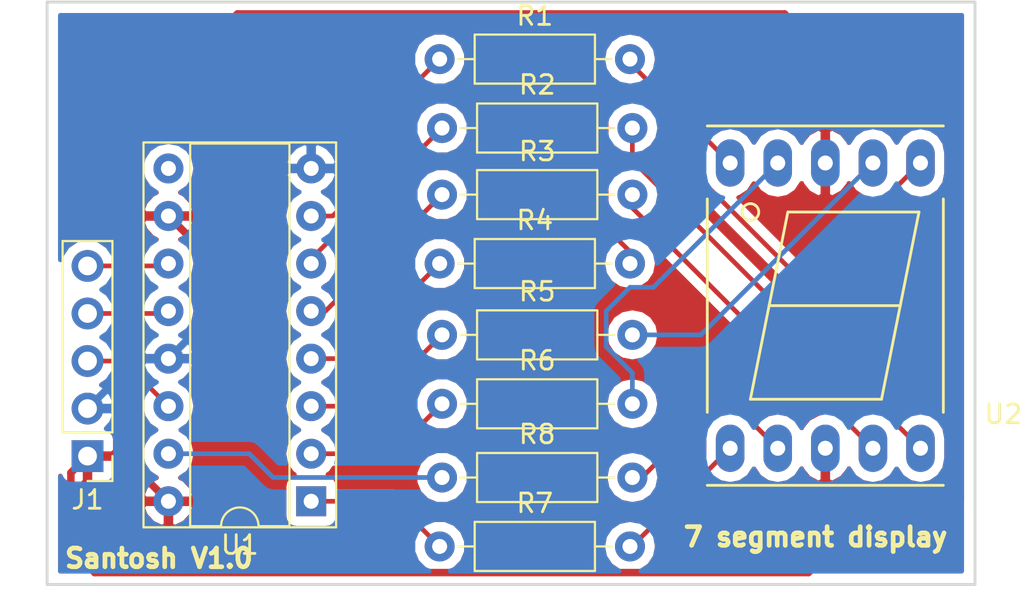
<source format=kicad_pcb>
(kicad_pcb (version 4) (host pcbnew 4.0.7)

  (general
    (links 25)
    (no_connects 0)
    (area 132.004999 64.694999 181.685001 95.960001)
    (thickness 1.6)
    (drawings 6)
    (tracks 82)
    (zones 0)
    (modules 11)
    (nets 23)
  )

  (page A4)
  (title_block
    (title "7 segment display")
    (date 2018-02-13)
    (rev 1.0)
  )

  (layers
    (0 F.Cu signal)
    (31 B.Cu signal)
    (32 B.Adhes user)
    (33 F.Adhes user)
    (34 B.Paste user)
    (35 F.Paste user)
    (36 B.SilkS user)
    (37 F.SilkS user)
    (38 B.Mask user)
    (39 F.Mask user)
    (40 Dwgs.User user)
    (41 Cmts.User user)
    (42 Eco1.User user)
    (43 Eco2.User user)
    (44 Edge.Cuts user)
    (45 Margin user)
    (46 B.CrtYd user)
    (47 F.CrtYd user)
    (48 B.Fab user)
    (49 F.Fab user)
  )

  (setup
    (last_trace_width 0.25)
    (trace_clearance 0.2)
    (zone_clearance 0.508)
    (zone_45_only no)
    (trace_min 0.2)
    (segment_width 0.2)
    (edge_width 0.15)
    (via_size 0.6)
    (via_drill 0.4)
    (via_min_size 0.4)
    (via_min_drill 0.3)
    (uvia_size 0.3)
    (uvia_drill 0.1)
    (uvias_allowed no)
    (uvia_min_size 0.2)
    (uvia_min_drill 0.1)
    (pcb_text_width 0.3)
    (pcb_text_size 1.5 1.5)
    (mod_edge_width 0.15)
    (mod_text_size 1 1)
    (mod_text_width 0.15)
    (pad_size 1.524 1.524)
    (pad_drill 0.762)
    (pad_to_mask_clearance 0.2)
    (aux_axis_origin 0 0)
    (visible_elements 7FFFFFFF)
    (pcbplotparams
      (layerselection 0x00030_80000001)
      (usegerberextensions false)
      (excludeedgelayer true)
      (linewidth 0.100000)
      (plotframeref false)
      (viasonmask false)
      (mode 1)
      (useauxorigin false)
      (hpglpennumber 1)
      (hpglpenspeed 20)
      (hpglpendiameter 15)
      (hpglpenoverlay 2)
      (psnegative false)
      (psa4output false)
      (plotreference true)
      (plotvalue true)
      (plotinvisibletext false)
      (padsonsilk false)
      (subtractmaskfromsilk false)
      (outputformat 1)
      (mirror false)
      (drillshape 1)
      (scaleselection 1)
      (outputdirectory ""))
  )

  (net 0 "")
  (net 1 VCC)
  (net 2 GND)
  (net 3 /LATCH)
  (net 4 /CLOCK)
  (net 5 /DATA)
  (net 6 /sg7)
  (net 7 "Net-(R1-Pad2)")
  (net 8 /sg6)
  (net 9 "Net-(R2-Pad2)")
  (net 10 /sg5)
  (net 11 "Net-(R3-Pad2)")
  (net 12 /sg4)
  (net 13 "Net-(R4-Pad2)")
  (net 14 /sg3)
  (net 15 "Net-(R5-Pad2)")
  (net 16 /sg2)
  (net 17 "Net-(R6-Pad2)")
  (net 18 /sg1)
  (net 19 "Net-(R7-Pad2)")
  (net 20 /sg0)
  (net 21 "Net-(R8-Pad2)")
  (net 22 "Net-(U1-Pad9)")

  (net_class Default "This is the default net class."
    (clearance 0.2)
    (trace_width 0.25)
    (via_dia 0.6)
    (via_drill 0.4)
    (uvia_dia 0.3)
    (uvia_drill 0.1)
    (add_net /CLOCK)
    (add_net /DATA)
    (add_net /LATCH)
    (add_net /sg0)
    (add_net /sg1)
    (add_net /sg2)
    (add_net /sg3)
    (add_net /sg4)
    (add_net /sg5)
    (add_net /sg6)
    (add_net /sg7)
    (add_net "Net-(R1-Pad2)")
    (add_net "Net-(R2-Pad2)")
    (add_net "Net-(R3-Pad2)")
    (add_net "Net-(R4-Pad2)")
    (add_net "Net-(R5-Pad2)")
    (add_net "Net-(R6-Pad2)")
    (add_net "Net-(R7-Pad2)")
    (add_net "Net-(R8-Pad2)")
    (add_net "Net-(U1-Pad9)")
  )

  (net_class power ""
    (clearance 0.3)
    (trace_width 0.4)
    (via_dia 0.7)
    (via_drill 0.5)
    (uvia_dia 0.3)
    (uvia_drill 0.1)
    (add_net GND)
    (add_net VCC)
  )

  (module Pin_Headers:Pin_Header_Straight_1x05_Pitch2.54mm (layer F.Cu) (tedit 59650532) (tstamp 5A82A9AF)
    (at 134.239 89.027 180)
    (descr "Through hole straight pin header, 1x05, 2.54mm pitch, single row")
    (tags "Through hole pin header THT 1x05 2.54mm single row")
    (path /5A81B86F)
    (fp_text reference J1 (at 0 -2.33 180) (layer F.SilkS)
      (effects (font (size 1 1) (thickness 0.15)))
    )
    (fp_text value Conn_01x05 (at 0 12.49 180) (layer F.Fab)
      (effects (font (size 1 1) (thickness 0.15)))
    )
    (fp_line (start -0.635 -1.27) (end 1.27 -1.27) (layer F.Fab) (width 0.1))
    (fp_line (start 1.27 -1.27) (end 1.27 11.43) (layer F.Fab) (width 0.1))
    (fp_line (start 1.27 11.43) (end -1.27 11.43) (layer F.Fab) (width 0.1))
    (fp_line (start -1.27 11.43) (end -1.27 -0.635) (layer F.Fab) (width 0.1))
    (fp_line (start -1.27 -0.635) (end -0.635 -1.27) (layer F.Fab) (width 0.1))
    (fp_line (start -1.33 11.49) (end 1.33 11.49) (layer F.SilkS) (width 0.12))
    (fp_line (start -1.33 1.27) (end -1.33 11.49) (layer F.SilkS) (width 0.12))
    (fp_line (start 1.33 1.27) (end 1.33 11.49) (layer F.SilkS) (width 0.12))
    (fp_line (start -1.33 1.27) (end 1.33 1.27) (layer F.SilkS) (width 0.12))
    (fp_line (start -1.33 0) (end -1.33 -1.33) (layer F.SilkS) (width 0.12))
    (fp_line (start -1.33 -1.33) (end 0 -1.33) (layer F.SilkS) (width 0.12))
    (fp_line (start -1.8 -1.8) (end -1.8 11.95) (layer F.CrtYd) (width 0.05))
    (fp_line (start -1.8 11.95) (end 1.8 11.95) (layer F.CrtYd) (width 0.05))
    (fp_line (start 1.8 11.95) (end 1.8 -1.8) (layer F.CrtYd) (width 0.05))
    (fp_line (start 1.8 -1.8) (end -1.8 -1.8) (layer F.CrtYd) (width 0.05))
    (fp_text user %R (at 0 5.08 270) (layer F.Fab)
      (effects (font (size 1 1) (thickness 0.15)))
    )
    (pad 1 thru_hole rect (at 0 0 180) (size 1.7 1.7) (drill 1) (layers *.Cu *.Mask)
      (net 1 VCC))
    (pad 2 thru_hole oval (at 0 2.54 180) (size 1.7 1.7) (drill 1) (layers *.Cu *.Mask)
      (net 2 GND))
    (pad 3 thru_hole oval (at 0 5.08 180) (size 1.7 1.7) (drill 1) (layers *.Cu *.Mask)
      (net 3 /LATCH))
    (pad 4 thru_hole oval (at 0 7.62 180) (size 1.7 1.7) (drill 1) (layers *.Cu *.Mask)
      (net 4 /CLOCK))
    (pad 5 thru_hole oval (at 0 10.16 180) (size 1.7 1.7) (drill 1) (layers *.Cu *.Mask)
      (net 5 /DATA))
    (model ${KISYS3DMOD}/Pin_Headers.3dshapes/Pin_Header_Straight_1x05_Pitch2.54mm.wrl
      (at (xyz 0 0 0))
      (scale (xyz 1 1 1))
      (rotate (xyz 0 0 0))
    )
  )

  (module Resistors_THT:R_Axial_DIN0207_L6.3mm_D2.5mm_P10.16mm_Horizontal (layer F.Cu) (tedit 5874F706) (tstamp 5A82A9B5)
    (at 153.035 67.818)
    (descr "Resistor, Axial_DIN0207 series, Axial, Horizontal, pin pitch=10.16mm, 0.25W = 1/4W, length*diameter=6.3*2.5mm^2, http://cdn-reichelt.de/documents/datenblatt/B400/1_4W%23YAG.pdf")
    (tags "Resistor Axial_DIN0207 series Axial Horizontal pin pitch 10.16mm 0.25W = 1/4W length 6.3mm diameter 2.5mm")
    (path /5A81BC20)
    (fp_text reference R1 (at 5.08 -2.31) (layer F.SilkS)
      (effects (font (size 1 1) (thickness 0.15)))
    )
    (fp_text value 220Ohm (at 5.08 2.31) (layer F.Fab)
      (effects (font (size 1 1) (thickness 0.15)))
    )
    (fp_line (start 1.93 -1.25) (end 1.93 1.25) (layer F.Fab) (width 0.1))
    (fp_line (start 1.93 1.25) (end 8.23 1.25) (layer F.Fab) (width 0.1))
    (fp_line (start 8.23 1.25) (end 8.23 -1.25) (layer F.Fab) (width 0.1))
    (fp_line (start 8.23 -1.25) (end 1.93 -1.25) (layer F.Fab) (width 0.1))
    (fp_line (start 0 0) (end 1.93 0) (layer F.Fab) (width 0.1))
    (fp_line (start 10.16 0) (end 8.23 0) (layer F.Fab) (width 0.1))
    (fp_line (start 1.87 -1.31) (end 1.87 1.31) (layer F.SilkS) (width 0.12))
    (fp_line (start 1.87 1.31) (end 8.29 1.31) (layer F.SilkS) (width 0.12))
    (fp_line (start 8.29 1.31) (end 8.29 -1.31) (layer F.SilkS) (width 0.12))
    (fp_line (start 8.29 -1.31) (end 1.87 -1.31) (layer F.SilkS) (width 0.12))
    (fp_line (start 0.98 0) (end 1.87 0) (layer F.SilkS) (width 0.12))
    (fp_line (start 9.18 0) (end 8.29 0) (layer F.SilkS) (width 0.12))
    (fp_line (start -1.05 -1.6) (end -1.05 1.6) (layer F.CrtYd) (width 0.05))
    (fp_line (start -1.05 1.6) (end 11.25 1.6) (layer F.CrtYd) (width 0.05))
    (fp_line (start 11.25 1.6) (end 11.25 -1.6) (layer F.CrtYd) (width 0.05))
    (fp_line (start 11.25 -1.6) (end -1.05 -1.6) (layer F.CrtYd) (width 0.05))
    (pad 1 thru_hole circle (at 0 0) (size 1.6 1.6) (drill 0.8) (layers *.Cu *.Mask)
      (net 6 /sg7))
    (pad 2 thru_hole oval (at 10.16 0) (size 1.6 1.6) (drill 0.8) (layers *.Cu *.Mask)
      (net 7 "Net-(R1-Pad2)"))
    (model ${KISYS3DMOD}/Resistors_THT.3dshapes/R_Axial_DIN0207_L6.3mm_D2.5mm_P10.16mm_Horizontal.wrl
      (at (xyz 0 0 0))
      (scale (xyz 0.393701 0.393701 0.393701))
      (rotate (xyz 0 0 0))
    )
  )

  (module Resistors_THT:R_Axial_DIN0207_L6.3mm_D2.5mm_P10.16mm_Horizontal (layer F.Cu) (tedit 5874F706) (tstamp 5A82A9BB)
    (at 153.162 71.501)
    (descr "Resistor, Axial_DIN0207 series, Axial, Horizontal, pin pitch=10.16mm, 0.25W = 1/4W, length*diameter=6.3*2.5mm^2, http://cdn-reichelt.de/documents/datenblatt/B400/1_4W%23YAG.pdf")
    (tags "Resistor Axial_DIN0207 series Axial Horizontal pin pitch 10.16mm 0.25W = 1/4W length 6.3mm diameter 2.5mm")
    (path /5A81BBEB)
    (fp_text reference R2 (at 5.08 -2.31) (layer F.SilkS)
      (effects (font (size 1 1) (thickness 0.15)))
    )
    (fp_text value 220Ohm (at 5.08 2.31) (layer F.Fab)
      (effects (font (size 1 1) (thickness 0.15)))
    )
    (fp_line (start 1.93 -1.25) (end 1.93 1.25) (layer F.Fab) (width 0.1))
    (fp_line (start 1.93 1.25) (end 8.23 1.25) (layer F.Fab) (width 0.1))
    (fp_line (start 8.23 1.25) (end 8.23 -1.25) (layer F.Fab) (width 0.1))
    (fp_line (start 8.23 -1.25) (end 1.93 -1.25) (layer F.Fab) (width 0.1))
    (fp_line (start 0 0) (end 1.93 0) (layer F.Fab) (width 0.1))
    (fp_line (start 10.16 0) (end 8.23 0) (layer F.Fab) (width 0.1))
    (fp_line (start 1.87 -1.31) (end 1.87 1.31) (layer F.SilkS) (width 0.12))
    (fp_line (start 1.87 1.31) (end 8.29 1.31) (layer F.SilkS) (width 0.12))
    (fp_line (start 8.29 1.31) (end 8.29 -1.31) (layer F.SilkS) (width 0.12))
    (fp_line (start 8.29 -1.31) (end 1.87 -1.31) (layer F.SilkS) (width 0.12))
    (fp_line (start 0.98 0) (end 1.87 0) (layer F.SilkS) (width 0.12))
    (fp_line (start 9.18 0) (end 8.29 0) (layer F.SilkS) (width 0.12))
    (fp_line (start -1.05 -1.6) (end -1.05 1.6) (layer F.CrtYd) (width 0.05))
    (fp_line (start -1.05 1.6) (end 11.25 1.6) (layer F.CrtYd) (width 0.05))
    (fp_line (start 11.25 1.6) (end 11.25 -1.6) (layer F.CrtYd) (width 0.05))
    (fp_line (start 11.25 -1.6) (end -1.05 -1.6) (layer F.CrtYd) (width 0.05))
    (pad 1 thru_hole circle (at 0 0) (size 1.6 1.6) (drill 0.8) (layers *.Cu *.Mask)
      (net 8 /sg6))
    (pad 2 thru_hole oval (at 10.16 0) (size 1.6 1.6) (drill 0.8) (layers *.Cu *.Mask)
      (net 9 "Net-(R2-Pad2)"))
    (model ${KISYS3DMOD}/Resistors_THT.3dshapes/R_Axial_DIN0207_L6.3mm_D2.5mm_P10.16mm_Horizontal.wrl
      (at (xyz 0 0 0))
      (scale (xyz 0.393701 0.393701 0.393701))
      (rotate (xyz 0 0 0))
    )
  )

  (module Resistors_THT:R_Axial_DIN0207_L6.3mm_D2.5mm_P10.16mm_Horizontal (layer F.Cu) (tedit 5874F706) (tstamp 5A82A9C1)
    (at 153.162 75.057)
    (descr "Resistor, Axial_DIN0207 series, Axial, Horizontal, pin pitch=10.16mm, 0.25W = 1/4W, length*diameter=6.3*2.5mm^2, http://cdn-reichelt.de/documents/datenblatt/B400/1_4W%23YAG.pdf")
    (tags "Resistor Axial_DIN0207 series Axial Horizontal pin pitch 10.16mm 0.25W = 1/4W length 6.3mm diameter 2.5mm")
    (path /5A81BBBD)
    (fp_text reference R3 (at 5.08 -2.31) (layer F.SilkS)
      (effects (font (size 1 1) (thickness 0.15)))
    )
    (fp_text value 220Ohm (at 5.08 2.31) (layer F.Fab)
      (effects (font (size 1 1) (thickness 0.15)))
    )
    (fp_line (start 1.93 -1.25) (end 1.93 1.25) (layer F.Fab) (width 0.1))
    (fp_line (start 1.93 1.25) (end 8.23 1.25) (layer F.Fab) (width 0.1))
    (fp_line (start 8.23 1.25) (end 8.23 -1.25) (layer F.Fab) (width 0.1))
    (fp_line (start 8.23 -1.25) (end 1.93 -1.25) (layer F.Fab) (width 0.1))
    (fp_line (start 0 0) (end 1.93 0) (layer F.Fab) (width 0.1))
    (fp_line (start 10.16 0) (end 8.23 0) (layer F.Fab) (width 0.1))
    (fp_line (start 1.87 -1.31) (end 1.87 1.31) (layer F.SilkS) (width 0.12))
    (fp_line (start 1.87 1.31) (end 8.29 1.31) (layer F.SilkS) (width 0.12))
    (fp_line (start 8.29 1.31) (end 8.29 -1.31) (layer F.SilkS) (width 0.12))
    (fp_line (start 8.29 -1.31) (end 1.87 -1.31) (layer F.SilkS) (width 0.12))
    (fp_line (start 0.98 0) (end 1.87 0) (layer F.SilkS) (width 0.12))
    (fp_line (start 9.18 0) (end 8.29 0) (layer F.SilkS) (width 0.12))
    (fp_line (start -1.05 -1.6) (end -1.05 1.6) (layer F.CrtYd) (width 0.05))
    (fp_line (start -1.05 1.6) (end 11.25 1.6) (layer F.CrtYd) (width 0.05))
    (fp_line (start 11.25 1.6) (end 11.25 -1.6) (layer F.CrtYd) (width 0.05))
    (fp_line (start 11.25 -1.6) (end -1.05 -1.6) (layer F.CrtYd) (width 0.05))
    (pad 1 thru_hole circle (at 0 0) (size 1.6 1.6) (drill 0.8) (layers *.Cu *.Mask)
      (net 10 /sg5))
    (pad 2 thru_hole oval (at 10.16 0) (size 1.6 1.6) (drill 0.8) (layers *.Cu *.Mask)
      (net 11 "Net-(R3-Pad2)"))
    (model ${KISYS3DMOD}/Resistors_THT.3dshapes/R_Axial_DIN0207_L6.3mm_D2.5mm_P10.16mm_Horizontal.wrl
      (at (xyz 0 0 0))
      (scale (xyz 0.393701 0.393701 0.393701))
      (rotate (xyz 0 0 0))
    )
  )

  (module Resistors_THT:R_Axial_DIN0207_L6.3mm_D2.5mm_P10.16mm_Horizontal (layer F.Cu) (tedit 5874F706) (tstamp 5A82A9C7)
    (at 153.035 78.74)
    (descr "Resistor, Axial_DIN0207 series, Axial, Horizontal, pin pitch=10.16mm, 0.25W = 1/4W, length*diameter=6.3*2.5mm^2, http://cdn-reichelt.de/documents/datenblatt/B400/1_4W%23YAG.pdf")
    (tags "Resistor Axial_DIN0207 series Axial Horizontal pin pitch 10.16mm 0.25W = 1/4W length 6.3mm diameter 2.5mm")
    (path /5A81BB92)
    (fp_text reference R4 (at 5.08 -2.31) (layer F.SilkS)
      (effects (font (size 1 1) (thickness 0.15)))
    )
    (fp_text value 220Ohm (at 5.08 2.31) (layer F.Fab)
      (effects (font (size 1 1) (thickness 0.15)))
    )
    (fp_line (start 1.93 -1.25) (end 1.93 1.25) (layer F.Fab) (width 0.1))
    (fp_line (start 1.93 1.25) (end 8.23 1.25) (layer F.Fab) (width 0.1))
    (fp_line (start 8.23 1.25) (end 8.23 -1.25) (layer F.Fab) (width 0.1))
    (fp_line (start 8.23 -1.25) (end 1.93 -1.25) (layer F.Fab) (width 0.1))
    (fp_line (start 0 0) (end 1.93 0) (layer F.Fab) (width 0.1))
    (fp_line (start 10.16 0) (end 8.23 0) (layer F.Fab) (width 0.1))
    (fp_line (start 1.87 -1.31) (end 1.87 1.31) (layer F.SilkS) (width 0.12))
    (fp_line (start 1.87 1.31) (end 8.29 1.31) (layer F.SilkS) (width 0.12))
    (fp_line (start 8.29 1.31) (end 8.29 -1.31) (layer F.SilkS) (width 0.12))
    (fp_line (start 8.29 -1.31) (end 1.87 -1.31) (layer F.SilkS) (width 0.12))
    (fp_line (start 0.98 0) (end 1.87 0) (layer F.SilkS) (width 0.12))
    (fp_line (start 9.18 0) (end 8.29 0) (layer F.SilkS) (width 0.12))
    (fp_line (start -1.05 -1.6) (end -1.05 1.6) (layer F.CrtYd) (width 0.05))
    (fp_line (start -1.05 1.6) (end 11.25 1.6) (layer F.CrtYd) (width 0.05))
    (fp_line (start 11.25 1.6) (end 11.25 -1.6) (layer F.CrtYd) (width 0.05))
    (fp_line (start 11.25 -1.6) (end -1.05 -1.6) (layer F.CrtYd) (width 0.05))
    (pad 1 thru_hole circle (at 0 0) (size 1.6 1.6) (drill 0.8) (layers *.Cu *.Mask)
      (net 12 /sg4))
    (pad 2 thru_hole oval (at 10.16 0) (size 1.6 1.6) (drill 0.8) (layers *.Cu *.Mask)
      (net 13 "Net-(R4-Pad2)"))
    (model ${KISYS3DMOD}/Resistors_THT.3dshapes/R_Axial_DIN0207_L6.3mm_D2.5mm_P10.16mm_Horizontal.wrl
      (at (xyz 0 0 0))
      (scale (xyz 0.393701 0.393701 0.393701))
      (rotate (xyz 0 0 0))
    )
  )

  (module Resistors_THT:R_Axial_DIN0207_L6.3mm_D2.5mm_P10.16mm_Horizontal (layer F.Cu) (tedit 5874F706) (tstamp 5A82A9CD)
    (at 153.162 82.55)
    (descr "Resistor, Axial_DIN0207 series, Axial, Horizontal, pin pitch=10.16mm, 0.25W = 1/4W, length*diameter=6.3*2.5mm^2, http://cdn-reichelt.de/documents/datenblatt/B400/1_4W%23YAG.pdf")
    (tags "Resistor Axial_DIN0207 series Axial Horizontal pin pitch 10.16mm 0.25W = 1/4W length 6.3mm diameter 2.5mm")
    (path /5A81B9F1)
    (fp_text reference R5 (at 5.08 -2.31) (layer F.SilkS)
      (effects (font (size 1 1) (thickness 0.15)))
    )
    (fp_text value 220Ohm (at 5.08 2.31) (layer F.Fab)
      (effects (font (size 1 1) (thickness 0.15)))
    )
    (fp_line (start 1.93 -1.25) (end 1.93 1.25) (layer F.Fab) (width 0.1))
    (fp_line (start 1.93 1.25) (end 8.23 1.25) (layer F.Fab) (width 0.1))
    (fp_line (start 8.23 1.25) (end 8.23 -1.25) (layer F.Fab) (width 0.1))
    (fp_line (start 8.23 -1.25) (end 1.93 -1.25) (layer F.Fab) (width 0.1))
    (fp_line (start 0 0) (end 1.93 0) (layer F.Fab) (width 0.1))
    (fp_line (start 10.16 0) (end 8.23 0) (layer F.Fab) (width 0.1))
    (fp_line (start 1.87 -1.31) (end 1.87 1.31) (layer F.SilkS) (width 0.12))
    (fp_line (start 1.87 1.31) (end 8.29 1.31) (layer F.SilkS) (width 0.12))
    (fp_line (start 8.29 1.31) (end 8.29 -1.31) (layer F.SilkS) (width 0.12))
    (fp_line (start 8.29 -1.31) (end 1.87 -1.31) (layer F.SilkS) (width 0.12))
    (fp_line (start 0.98 0) (end 1.87 0) (layer F.SilkS) (width 0.12))
    (fp_line (start 9.18 0) (end 8.29 0) (layer F.SilkS) (width 0.12))
    (fp_line (start -1.05 -1.6) (end -1.05 1.6) (layer F.CrtYd) (width 0.05))
    (fp_line (start -1.05 1.6) (end 11.25 1.6) (layer F.CrtYd) (width 0.05))
    (fp_line (start 11.25 1.6) (end 11.25 -1.6) (layer F.CrtYd) (width 0.05))
    (fp_line (start 11.25 -1.6) (end -1.05 -1.6) (layer F.CrtYd) (width 0.05))
    (pad 1 thru_hole circle (at 0 0) (size 1.6 1.6) (drill 0.8) (layers *.Cu *.Mask)
      (net 14 /sg3))
    (pad 2 thru_hole oval (at 10.16 0) (size 1.6 1.6) (drill 0.8) (layers *.Cu *.Mask)
      (net 15 "Net-(R5-Pad2)"))
    (model ${KISYS3DMOD}/Resistors_THT.3dshapes/R_Axial_DIN0207_L6.3mm_D2.5mm_P10.16mm_Horizontal.wrl
      (at (xyz 0 0 0))
      (scale (xyz 0.393701 0.393701 0.393701))
      (rotate (xyz 0 0 0))
    )
  )

  (module Resistors_THT:R_Axial_DIN0207_L6.3mm_D2.5mm_P10.16mm_Horizontal (layer F.Cu) (tedit 5874F706) (tstamp 5A82A9D3)
    (at 153.162 86.233)
    (descr "Resistor, Axial_DIN0207 series, Axial, Horizontal, pin pitch=10.16mm, 0.25W = 1/4W, length*diameter=6.3*2.5mm^2, http://cdn-reichelt.de/documents/datenblatt/B400/1_4W%23YAG.pdf")
    (tags "Resistor Axial_DIN0207 series Axial Horizontal pin pitch 10.16mm 0.25W = 1/4W length 6.3mm diameter 2.5mm")
    (path /5A81BB3F)
    (fp_text reference R6 (at 5.08 -2.31) (layer F.SilkS)
      (effects (font (size 1 1) (thickness 0.15)))
    )
    (fp_text value 220Ohm (at 5.08 2.31) (layer F.Fab)
      (effects (font (size 1 1) (thickness 0.15)))
    )
    (fp_line (start 1.93 -1.25) (end 1.93 1.25) (layer F.Fab) (width 0.1))
    (fp_line (start 1.93 1.25) (end 8.23 1.25) (layer F.Fab) (width 0.1))
    (fp_line (start 8.23 1.25) (end 8.23 -1.25) (layer F.Fab) (width 0.1))
    (fp_line (start 8.23 -1.25) (end 1.93 -1.25) (layer F.Fab) (width 0.1))
    (fp_line (start 0 0) (end 1.93 0) (layer F.Fab) (width 0.1))
    (fp_line (start 10.16 0) (end 8.23 0) (layer F.Fab) (width 0.1))
    (fp_line (start 1.87 -1.31) (end 1.87 1.31) (layer F.SilkS) (width 0.12))
    (fp_line (start 1.87 1.31) (end 8.29 1.31) (layer F.SilkS) (width 0.12))
    (fp_line (start 8.29 1.31) (end 8.29 -1.31) (layer F.SilkS) (width 0.12))
    (fp_line (start 8.29 -1.31) (end 1.87 -1.31) (layer F.SilkS) (width 0.12))
    (fp_line (start 0.98 0) (end 1.87 0) (layer F.SilkS) (width 0.12))
    (fp_line (start 9.18 0) (end 8.29 0) (layer F.SilkS) (width 0.12))
    (fp_line (start -1.05 -1.6) (end -1.05 1.6) (layer F.CrtYd) (width 0.05))
    (fp_line (start -1.05 1.6) (end 11.25 1.6) (layer F.CrtYd) (width 0.05))
    (fp_line (start 11.25 1.6) (end 11.25 -1.6) (layer F.CrtYd) (width 0.05))
    (fp_line (start 11.25 -1.6) (end -1.05 -1.6) (layer F.CrtYd) (width 0.05))
    (pad 1 thru_hole circle (at 0 0) (size 1.6 1.6) (drill 0.8) (layers *.Cu *.Mask)
      (net 16 /sg2))
    (pad 2 thru_hole oval (at 10.16 0) (size 1.6 1.6) (drill 0.8) (layers *.Cu *.Mask)
      (net 17 "Net-(R6-Pad2)"))
    (model ${KISYS3DMOD}/Resistors_THT.3dshapes/R_Axial_DIN0207_L6.3mm_D2.5mm_P10.16mm_Horizontal.wrl
      (at (xyz 0 0 0))
      (scale (xyz 0.393701 0.393701 0.393701))
      (rotate (xyz 0 0 0))
    )
  )

  (module Resistors_THT:R_Axial_DIN0207_L6.3mm_D2.5mm_P10.16mm_Horizontal (layer F.Cu) (tedit 5874F706) (tstamp 5A82A9D9)
    (at 153.035 93.853)
    (descr "Resistor, Axial_DIN0207 series, Axial, Horizontal, pin pitch=10.16mm, 0.25W = 1/4W, length*diameter=6.3*2.5mm^2, http://cdn-reichelt.de/documents/datenblatt/B400/1_4W%23YAG.pdf")
    (tags "Resistor Axial_DIN0207 series Axial Horizontal pin pitch 10.16mm 0.25W = 1/4W length 6.3mm diameter 2.5mm")
    (path /5A81BB64)
    (fp_text reference R7 (at 5.08 -2.31) (layer F.SilkS)
      (effects (font (size 1 1) (thickness 0.15)))
    )
    (fp_text value 220Ohm (at 5.08 2.31) (layer F.Fab)
      (effects (font (size 1 1) (thickness 0.15)))
    )
    (fp_line (start 1.93 -1.25) (end 1.93 1.25) (layer F.Fab) (width 0.1))
    (fp_line (start 1.93 1.25) (end 8.23 1.25) (layer F.Fab) (width 0.1))
    (fp_line (start 8.23 1.25) (end 8.23 -1.25) (layer F.Fab) (width 0.1))
    (fp_line (start 8.23 -1.25) (end 1.93 -1.25) (layer F.Fab) (width 0.1))
    (fp_line (start 0 0) (end 1.93 0) (layer F.Fab) (width 0.1))
    (fp_line (start 10.16 0) (end 8.23 0) (layer F.Fab) (width 0.1))
    (fp_line (start 1.87 -1.31) (end 1.87 1.31) (layer F.SilkS) (width 0.12))
    (fp_line (start 1.87 1.31) (end 8.29 1.31) (layer F.SilkS) (width 0.12))
    (fp_line (start 8.29 1.31) (end 8.29 -1.31) (layer F.SilkS) (width 0.12))
    (fp_line (start 8.29 -1.31) (end 1.87 -1.31) (layer F.SilkS) (width 0.12))
    (fp_line (start 0.98 0) (end 1.87 0) (layer F.SilkS) (width 0.12))
    (fp_line (start 9.18 0) (end 8.29 0) (layer F.SilkS) (width 0.12))
    (fp_line (start -1.05 -1.6) (end -1.05 1.6) (layer F.CrtYd) (width 0.05))
    (fp_line (start -1.05 1.6) (end 11.25 1.6) (layer F.CrtYd) (width 0.05))
    (fp_line (start 11.25 1.6) (end 11.25 -1.6) (layer F.CrtYd) (width 0.05))
    (fp_line (start 11.25 -1.6) (end -1.05 -1.6) (layer F.CrtYd) (width 0.05))
    (pad 1 thru_hole circle (at 0 0) (size 1.6 1.6) (drill 0.8) (layers *.Cu *.Mask)
      (net 18 /sg1))
    (pad 2 thru_hole oval (at 10.16 0) (size 1.6 1.6) (drill 0.8) (layers *.Cu *.Mask)
      (net 19 "Net-(R7-Pad2)"))
    (model ${KISYS3DMOD}/Resistors_THT.3dshapes/R_Axial_DIN0207_L6.3mm_D2.5mm_P10.16mm_Horizontal.wrl
      (at (xyz 0 0 0))
      (scale (xyz 0.393701 0.393701 0.393701))
      (rotate (xyz 0 0 0))
    )
  )

  (module Resistors_THT:R_Axial_DIN0207_L6.3mm_D2.5mm_P10.16mm_Horizontal (layer F.Cu) (tedit 5874F706) (tstamp 5A82A9DF)
    (at 153.162 90.17)
    (descr "Resistor, Axial_DIN0207 series, Axial, Horizontal, pin pitch=10.16mm, 0.25W = 1/4W, length*diameter=6.3*2.5mm^2, http://cdn-reichelt.de/documents/datenblatt/B400/1_4W%23YAG.pdf")
    (tags "Resistor Axial_DIN0207 series Axial Horizontal pin pitch 10.16mm 0.25W = 1/4W length 6.3mm diameter 2.5mm")
    (path /5A81BC60)
    (fp_text reference R8 (at 5.08 -2.31) (layer F.SilkS)
      (effects (font (size 1 1) (thickness 0.15)))
    )
    (fp_text value 220Ohm (at 5.08 2.31) (layer F.Fab)
      (effects (font (size 1 1) (thickness 0.15)))
    )
    (fp_line (start 1.93 -1.25) (end 1.93 1.25) (layer F.Fab) (width 0.1))
    (fp_line (start 1.93 1.25) (end 8.23 1.25) (layer F.Fab) (width 0.1))
    (fp_line (start 8.23 1.25) (end 8.23 -1.25) (layer F.Fab) (width 0.1))
    (fp_line (start 8.23 -1.25) (end 1.93 -1.25) (layer F.Fab) (width 0.1))
    (fp_line (start 0 0) (end 1.93 0) (layer F.Fab) (width 0.1))
    (fp_line (start 10.16 0) (end 8.23 0) (layer F.Fab) (width 0.1))
    (fp_line (start 1.87 -1.31) (end 1.87 1.31) (layer F.SilkS) (width 0.12))
    (fp_line (start 1.87 1.31) (end 8.29 1.31) (layer F.SilkS) (width 0.12))
    (fp_line (start 8.29 1.31) (end 8.29 -1.31) (layer F.SilkS) (width 0.12))
    (fp_line (start 8.29 -1.31) (end 1.87 -1.31) (layer F.SilkS) (width 0.12))
    (fp_line (start 0.98 0) (end 1.87 0) (layer F.SilkS) (width 0.12))
    (fp_line (start 9.18 0) (end 8.29 0) (layer F.SilkS) (width 0.12))
    (fp_line (start -1.05 -1.6) (end -1.05 1.6) (layer F.CrtYd) (width 0.05))
    (fp_line (start -1.05 1.6) (end 11.25 1.6) (layer F.CrtYd) (width 0.05))
    (fp_line (start 11.25 1.6) (end 11.25 -1.6) (layer F.CrtYd) (width 0.05))
    (fp_line (start 11.25 -1.6) (end -1.05 -1.6) (layer F.CrtYd) (width 0.05))
    (pad 1 thru_hole circle (at 0 0) (size 1.6 1.6) (drill 0.8) (layers *.Cu *.Mask)
      (net 20 /sg0))
    (pad 2 thru_hole oval (at 10.16 0) (size 1.6 1.6) (drill 0.8) (layers *.Cu *.Mask)
      (net 21 "Net-(R8-Pad2)"))
    (model ${KISYS3DMOD}/Resistors_THT.3dshapes/R_Axial_DIN0207_L6.3mm_D2.5mm_P10.16mm_Horizontal.wrl
      (at (xyz 0 0 0))
      (scale (xyz 0.393701 0.393701 0.393701))
      (rotate (xyz 0 0 0))
    )
  )

  (module Housings_DIP:DIP-16_W7.62mm_Socket (layer F.Cu) (tedit 59C78D6B) (tstamp 5A82A9F3)
    (at 146.177 91.44 180)
    (descr "16-lead though-hole mounted DIP package, row spacing 7.62 mm (300 mils), Socket")
    (tags "THT DIP DIL PDIP 2.54mm 7.62mm 300mil Socket")
    (path /5A81B9A0)
    (fp_text reference U1 (at 3.81 -2.33 180) (layer F.SilkS)
      (effects (font (size 1 1) (thickness 0.15)))
    )
    (fp_text value 74HC595 (at 3.81 20.11 180) (layer F.Fab)
      (effects (font (size 1 1) (thickness 0.15)))
    )
    (fp_arc (start 3.81 -1.33) (end 2.81 -1.33) (angle -180) (layer F.SilkS) (width 0.12))
    (fp_line (start 1.635 -1.27) (end 6.985 -1.27) (layer F.Fab) (width 0.1))
    (fp_line (start 6.985 -1.27) (end 6.985 19.05) (layer F.Fab) (width 0.1))
    (fp_line (start 6.985 19.05) (end 0.635 19.05) (layer F.Fab) (width 0.1))
    (fp_line (start 0.635 19.05) (end 0.635 -0.27) (layer F.Fab) (width 0.1))
    (fp_line (start 0.635 -0.27) (end 1.635 -1.27) (layer F.Fab) (width 0.1))
    (fp_line (start -1.27 -1.33) (end -1.27 19.11) (layer F.Fab) (width 0.1))
    (fp_line (start -1.27 19.11) (end 8.89 19.11) (layer F.Fab) (width 0.1))
    (fp_line (start 8.89 19.11) (end 8.89 -1.33) (layer F.Fab) (width 0.1))
    (fp_line (start 8.89 -1.33) (end -1.27 -1.33) (layer F.Fab) (width 0.1))
    (fp_line (start 2.81 -1.33) (end 1.16 -1.33) (layer F.SilkS) (width 0.12))
    (fp_line (start 1.16 -1.33) (end 1.16 19.11) (layer F.SilkS) (width 0.12))
    (fp_line (start 1.16 19.11) (end 6.46 19.11) (layer F.SilkS) (width 0.12))
    (fp_line (start 6.46 19.11) (end 6.46 -1.33) (layer F.SilkS) (width 0.12))
    (fp_line (start 6.46 -1.33) (end 4.81 -1.33) (layer F.SilkS) (width 0.12))
    (fp_line (start -1.33 -1.39) (end -1.33 19.17) (layer F.SilkS) (width 0.12))
    (fp_line (start -1.33 19.17) (end 8.95 19.17) (layer F.SilkS) (width 0.12))
    (fp_line (start 8.95 19.17) (end 8.95 -1.39) (layer F.SilkS) (width 0.12))
    (fp_line (start 8.95 -1.39) (end -1.33 -1.39) (layer F.SilkS) (width 0.12))
    (fp_line (start -1.55 -1.6) (end -1.55 19.4) (layer F.CrtYd) (width 0.05))
    (fp_line (start -1.55 19.4) (end 9.15 19.4) (layer F.CrtYd) (width 0.05))
    (fp_line (start 9.15 19.4) (end 9.15 -1.6) (layer F.CrtYd) (width 0.05))
    (fp_line (start 9.15 -1.6) (end -1.55 -1.6) (layer F.CrtYd) (width 0.05))
    (fp_text user %R (at 3.81 8.89 180) (layer F.Fab)
      (effects (font (size 1 1) (thickness 0.15)))
    )
    (pad 1 thru_hole rect (at 0 0 180) (size 1.6 1.6) (drill 0.8) (layers *.Cu *.Mask)
      (net 18 /sg1))
    (pad 9 thru_hole oval (at 7.62 17.78 180) (size 1.6 1.6) (drill 0.8) (layers *.Cu *.Mask)
      (net 22 "Net-(U1-Pad9)"))
    (pad 2 thru_hole oval (at 0 2.54 180) (size 1.6 1.6) (drill 0.8) (layers *.Cu *.Mask)
      (net 16 /sg2))
    (pad 10 thru_hole oval (at 7.62 15.24 180) (size 1.6 1.6) (drill 0.8) (layers *.Cu *.Mask)
      (net 1 VCC))
    (pad 3 thru_hole oval (at 0 5.08 180) (size 1.6 1.6) (drill 0.8) (layers *.Cu *.Mask)
      (net 14 /sg3))
    (pad 11 thru_hole oval (at 7.62 12.7 180) (size 1.6 1.6) (drill 0.8) (layers *.Cu *.Mask)
      (net 5 /DATA))
    (pad 4 thru_hole oval (at 0 7.62 180) (size 1.6 1.6) (drill 0.8) (layers *.Cu *.Mask)
      (net 12 /sg4))
    (pad 12 thru_hole oval (at 7.62 10.16 180) (size 1.6 1.6) (drill 0.8) (layers *.Cu *.Mask)
      (net 4 /CLOCK))
    (pad 5 thru_hole oval (at 0 10.16 180) (size 1.6 1.6) (drill 0.8) (layers *.Cu *.Mask)
      (net 10 /sg5))
    (pad 13 thru_hole oval (at 7.62 7.62 180) (size 1.6 1.6) (drill 0.8) (layers *.Cu *.Mask)
      (net 2 GND))
    (pad 6 thru_hole oval (at 0 12.7 180) (size 1.6 1.6) (drill 0.8) (layers *.Cu *.Mask)
      (net 8 /sg6))
    (pad 14 thru_hole oval (at 7.62 5.08 180) (size 1.6 1.6) (drill 0.8) (layers *.Cu *.Mask)
      (net 3 /LATCH))
    (pad 7 thru_hole oval (at 0 15.24 180) (size 1.6 1.6) (drill 0.8) (layers *.Cu *.Mask)
      (net 6 /sg7))
    (pad 15 thru_hole oval (at 7.62 2.54 180) (size 1.6 1.6) (drill 0.8) (layers *.Cu *.Mask)
      (net 20 /sg0))
    (pad 8 thru_hole oval (at 0 17.78 180) (size 1.6 1.6) (drill 0.8) (layers *.Cu *.Mask)
      (net 2 GND))
    (pad 16 thru_hole oval (at 7.62 0 180) (size 1.6 1.6) (drill 0.8) (layers *.Cu *.Mask)
      (net 1 VCC))
    (model ${KISYS3DMOD}/Housings_DIP.3dshapes/DIP-16_W7.62mm_Socket.wrl
      (at (xyz 0 0 0))
      (scale (xyz 1 1 1))
      (rotate (xyz 0 0 0))
    )
  )

  (module Displays_7-Segment:7SegmentLED_LTS6760_LTS6780 (layer F.Cu) (tedit 0) (tstamp 5A82AA01)
    (at 173.6217 80.9879 180)
    (path /5A81B967)
    (fp_text reference U2 (at -9.5 -5.8 180) (layer F.SilkS)
      (effects (font (size 1 1) (thickness 0.15)))
    )
    (fp_text value 7SEGMENT_CA (at -0.4 12 180) (layer F.Fab)
      (effects (font (size 1 1) (thickness 0.15)))
    )
    (fp_circle (center 4 5) (end 4.4 5.2) (layer F.SilkS) (width 0.15))
    (fp_line (start -3 -5) (end -4 0) (layer F.SilkS) (width 0.15))
    (fp_line (start -4 0) (end -5 5) (layer F.SilkS) (width 0.15))
    (fp_line (start -5 5) (end 2 5) (layer F.SilkS) (width 0.15))
    (fp_line (start 2 5) (end 3 0) (layer F.SilkS) (width 0.15))
    (fp_line (start 4 -5) (end 3 0) (layer F.SilkS) (width 0.15))
    (fp_line (start 3 0) (end -4 0) (layer F.SilkS) (width 0.15))
    (fp_line (start -3 -5) (end 4 -5) (layer F.SilkS) (width 0.15))
    (fp_line (start 6.3 9.6) (end -6.3 9.6) (layer F.SilkS) (width 0.15))
    (fp_line (start -6.3 -5.7) (end -6.3 5.7) (layer F.SilkS) (width 0.15))
    (fp_line (start 6.3 -5.7) (end 6.3 5.7) (layer F.SilkS) (width 0.15))
    (fp_line (start -6.3 -9.6) (end 6.3 -9.6) (layer F.SilkS) (width 0.15))
    (pad 1 thru_hole oval (at -5.08 7.62 180) (size 1.524 2.524) (drill 0.8) (layers *.Cu *.Mask)
      (net 13 "Net-(R4-Pad2)"))
    (pad 2 thru_hole oval (at -2.54 7.62 180) (size 1.524 2.524) (drill 0.8) (layers *.Cu *.Mask)
      (net 15 "Net-(R5-Pad2)"))
    (pad 3 thru_hole oval (at 0 7.62 180) (size 1.524 2.524) (drill 0.8) (layers *.Cu *.Mask)
      (net 1 VCC))
    (pad 4 thru_hole oval (at 2.54 7.62 180) (size 1.524 2.524) (drill 0.8) (layers *.Cu *.Mask)
      (net 17 "Net-(R6-Pad2)"))
    (pad 5 thru_hole oval (at 5.08 7.62 180) (size 1.524 2.524) (drill 0.8) (layers *.Cu *.Mask)
      (net 7 "Net-(R1-Pad2)"))
    (pad 6 thru_hole oval (at 5.08 -7.62 180) (size 1.524 2.524) (drill 0.8) (layers *.Cu *.Mask)
      (net 19 "Net-(R7-Pad2)"))
    (pad 7 thru_hole oval (at 2.54 -7.62 180) (size 1.524 2.524) (drill 0.8) (layers *.Cu *.Mask)
      (net 21 "Net-(R8-Pad2)"))
    (pad 8 thru_hole oval (at 0 -7.62 180) (size 1.524 2.524) (drill 0.8) (layers *.Cu *.Mask)
      (net 1 VCC))
    (pad 9 thru_hole oval (at -2.54 -7.62 180) (size 1.524 2.524) (drill 0.8) (layers *.Cu *.Mask)
      (net 11 "Net-(R3-Pad2)"))
    (pad 10 thru_hole oval (at -5.08 -7.62 180) (size 1.524 2.524) (drill 0.8) (layers *.Cu *.Mask)
      (net 9 "Net-(R2-Pad2)"))
    (model Displays_7-Segment.3dshapes/7SegmentLED_LTS6760_LTS6780.wrl
      (at (xyz 0 0 0))
      (scale (xyz 0.3937 0.3937 0.3937))
      (rotate (xyz 0 0 0))
    )
  )

  (gr_text "Santosh V1.0" (at 138.049 94.488) (layer F.SilkS)
    (effects (font (size 1 1) (thickness 0.25)))
  )
  (gr_text "7 segment display" (at 173.101 93.345) (layer F.SilkS)
    (effects (font (size 1 1) (thickness 0.25)))
  )
  (gr_line (start 132.08 95.885) (end 132.08 64.77) (angle 90) (layer Edge.Cuts) (width 0.15))
  (gr_line (start 181.61 95.885) (end 132.08 95.885) (angle 90) (layer Edge.Cuts) (width 0.15))
  (gr_line (start 181.61 64.77) (end 181.61 95.885) (angle 90) (layer Edge.Cuts) (width 0.15))
  (gr_line (start 132.08 64.77) (end 181.61 64.77) (angle 90) (layer Edge.Cuts) (width 0.15))

  (segment (start 173.6217 88.6079) (end 173.6217 94.3483) (width 0.4) (layer F.Cu) (net 1))
  (segment (start 133.35 89.916) (end 134.239 89.027) (width 0.4) (layer F.Cu) (net 1) (tstamp 5A82D427))
  (segment (start 133.35 93.98) (end 133.35 89.916) (width 0.4) (layer F.Cu) (net 1) (tstamp 5A82D424))
  (segment (start 134.62 95.25) (end 133.35 93.98) (width 0.4) (layer F.Cu) (net 1) (tstamp 5A82D420))
  (segment (start 172.72 95.25) (end 134.62 95.25) (width 0.4) (layer F.Cu) (net 1) (tstamp 5A82D41C))
  (segment (start 173.6217 94.3483) (end 172.72 95.25) (width 0.4) (layer F.Cu) (net 1) (tstamp 5A82D418))
  (segment (start 134.239 89.027) (end 134.239 93.599) (width 0.4) (layer F.Cu) (net 1))
  (segment (start 173.6217 67.5767) (end 173.6217 73.3679) (width 0.4) (layer F.Cu) (net 1) (tstamp 5A82D40F))
  (segment (start 171.45 65.405) (end 173.6217 67.5767) (width 0.4) (layer F.Cu) (net 1) (tstamp 5A82D40D))
  (segment (start 142.24 65.405) (end 171.45 65.405) (width 0.4) (layer F.Cu) (net 1) (tstamp 5A82D40B))
  (segment (start 141.605 66.04) (end 142.24 65.405) (width 0.4) (layer F.Cu) (net 1) (tstamp 5A82D408))
  (segment (start 141.605 94.615) (end 141.605 66.04) (width 0.4) (layer F.Cu) (net 1) (tstamp 5A82D401))
  (segment (start 135.255 94.615) (end 141.605 94.615) (width 0.4) (layer F.Cu) (net 1) (tstamp 5A82D3FF))
  (segment (start 134.239 93.599) (end 135.255 94.615) (width 0.4) (layer F.Cu) (net 1) (tstamp 5A82D3FB))
  (segment (start 134.239 89.027) (end 134.239 91.059) (width 0.4) (layer F.Cu) (net 1))
  (segment (start 140.335 77.978) (end 138.557 76.2) (width 0.4) (layer F.Cu) (net 1) (tstamp 5A82D3F6))
  (segment (start 140.335 93.345) (end 140.335 77.978) (width 0.4) (layer F.Cu) (net 1) (tstamp 5A82D3F5))
  (segment (start 139.7 93.98) (end 140.335 93.345) (width 0.4) (layer F.Cu) (net 1) (tstamp 5A82D3F4))
  (segment (start 137.16 93.98) (end 139.7 93.98) (width 0.4) (layer F.Cu) (net 1) (tstamp 5A82D3F2))
  (segment (start 134.239 91.059) (end 137.16 93.98) (width 0.4) (layer F.Cu) (net 1) (tstamp 5A82D3F0))
  (segment (start 134.239 89.027) (end 136.144 89.027) (width 0.4) (layer F.Cu) (net 1))
  (segment (start 136.144 89.027) (end 138.557 91.44) (width 0.4) (layer F.Cu) (net 1) (tstamp 5A82D3D9))
  (segment (start 138.557 83.82) (end 136.906 83.82) (width 0.4) (layer B.Cu) (net 2))
  (segment (start 136.906 83.82) (end 134.239 86.487) (width 0.4) (layer B.Cu) (net 2) (tstamp 5A82D3CA))
  (segment (start 146.177 73.66) (end 143.51 73.66) (width 0.4) (layer B.Cu) (net 2))
  (segment (start 141.605 80.772) (end 138.557 83.82) (width 0.4) (layer B.Cu) (net 2) (tstamp 5A82D3C6))
  (segment (start 141.605 75.565) (end 141.605 80.772) (width 0.4) (layer B.Cu) (net 2) (tstamp 5A82D3C4))
  (segment (start 143.51 73.66) (end 141.605 75.565) (width 0.4) (layer B.Cu) (net 2) (tstamp 5A82D3C3))
  (segment (start 134.239 83.947) (end 136.144 83.947) (width 0.25) (layer F.Cu) (net 3))
  (segment (start 136.144 83.947) (end 138.557 86.36) (width 0.25) (layer F.Cu) (net 3) (tstamp 5A82D3D5))
  (segment (start 134.239 81.407) (end 138.43 81.407) (width 0.25) (layer F.Cu) (net 4))
  (segment (start 138.43 81.407) (end 138.557 81.28) (width 0.25) (layer F.Cu) (net 4) (tstamp 5A82D3D2))
  (segment (start 134.239 78.867) (end 138.43 78.867) (width 0.25) (layer F.Cu) (net 5))
  (segment (start 138.43 78.867) (end 138.557 78.74) (width 0.25) (layer F.Cu) (net 5) (tstamp 5A82D3CF))
  (segment (start 146.177 76.2) (end 147.32 76.2) (width 0.25) (layer F.Cu) (net 6))
  (segment (start 151.13 69.723) (end 153.035 67.818) (width 0.25) (layer F.Cu) (net 6) (tstamp 5A82D489))
  (segment (start 151.13 72.39) (end 151.13 69.723) (width 0.25) (layer F.Cu) (net 6) (tstamp 5A82D486))
  (segment (start 147.32 76.2) (end 151.13 72.39) (width 0.25) (layer F.Cu) (net 6) (tstamp 5A82D481))
  (segment (start 163.195 67.818) (end 163.195 68.0212) (width 0.25) (layer F.Cu) (net 7))
  (segment (start 163.195 68.0212) (end 168.5417 73.3679) (width 0.25) (layer F.Cu) (net 7) (tstamp 5A82D4C8))
  (segment (start 146.177 78.74) (end 146.177 78.486) (width 0.25) (layer F.Cu) (net 8))
  (segment (start 146.177 78.486) (end 153.162 71.501) (width 0.25) (layer F.Cu) (net 8) (tstamp 5A82D47B))
  (segment (start 163.322 71.501) (end 163.322 73.2282) (width 0.25) (layer F.Cu) (net 9))
  (segment (start 163.322 73.2282) (end 178.7017 88.6079) (width 0.25) (layer F.Cu) (net 9) (tstamp 5A82D506))
  (segment (start 146.177 81.28) (end 146.939 81.28) (width 0.25) (layer F.Cu) (net 10))
  (segment (start 146.939 81.28) (end 153.162 75.057) (width 0.25) (layer F.Cu) (net 10) (tstamp 5A82D47E))
  (segment (start 163.322 75.057) (end 163.322 75.7682) (width 0.25) (layer F.Cu) (net 11))
  (segment (start 163.322 75.7682) (end 176.1617 88.6079) (width 0.25) (layer F.Cu) (net 11) (tstamp 5A82D50A))
  (segment (start 146.177 83.82) (end 147.955 83.82) (width 0.25) (layer F.Cu) (net 12))
  (segment (start 147.955 83.82) (end 153.035 78.74) (width 0.25) (layer F.Cu) (net 12) (tstamp 5A82D477))
  (segment (start 163.195 78.74) (end 163.195 78.105) (width 0.25) (layer F.Cu) (net 13))
  (segment (start 163.195 78.105) (end 161.925 76.835) (width 0.25) (layer F.Cu) (net 13) (tstamp 5A82D511))
  (segment (start 161.925 76.835) (end 161.925 69.85) (width 0.25) (layer F.Cu) (net 13) (tstamp 5A82D514))
  (segment (start 161.925 69.85) (end 163.83 69.85) (width 0.25) (layer F.Cu) (net 13) (tstamp 5A82D519))
  (segment (start 163.83 69.85) (end 167.005 73.025) (width 0.25) (layer F.Cu) (net 13) (tstamp 5A82D51B))
  (segment (start 167.005 73.025) (end 167.005 74.295) (width 0.25) (layer F.Cu) (net 13) (tstamp 5A82D51D))
  (segment (start 167.005 74.295) (end 172.72 80.01) (width 0.25) (layer F.Cu) (net 13) (tstamp 5A82D524))
  (segment (start 172.72 80.01) (end 172.72 79.3496) (width 0.25) (layer F.Cu) (net 13) (tstamp 5A82D527))
  (segment (start 172.72 79.3496) (end 178.7017 73.3679) (width 0.25) (layer F.Cu) (net 13) (tstamp 5A82D52C))
  (segment (start 146.177 86.36) (end 149.352 86.36) (width 0.25) (layer F.Cu) (net 14))
  (segment (start 149.352 86.36) (end 153.162 82.55) (width 0.25) (layer F.Cu) (net 14) (tstamp 5A82D473))
  (segment (start 163.322 82.55) (end 166.9796 82.55) (width 0.25) (layer B.Cu) (net 15))
  (segment (start 166.9796 82.55) (end 176.1617 73.3679) (width 0.25) (layer B.Cu) (net 15) (tstamp 5A82D551))
  (segment (start 146.177 88.9) (end 150.495 88.9) (width 0.25) (layer F.Cu) (net 16))
  (segment (start 150.495 88.9) (end 153.162 86.233) (width 0.25) (layer F.Cu) (net 16) (tstamp 5A82D46F))
  (segment (start 163.322 86.233) (end 163.322 84.582) (width 0.25) (layer B.Cu) (net 17))
  (segment (start 164.4396 80.01) (end 171.0817 73.3679) (width 0.25) (layer B.Cu) (net 17) (tstamp 5A82D55C))
  (segment (start 163.195 80.01) (end 164.4396 80.01) (width 0.25) (layer B.Cu) (net 17) (tstamp 5A82D55A))
  (segment (start 161.925 81.28) (end 163.195 80.01) (width 0.25) (layer B.Cu) (net 17) (tstamp 5A82D559))
  (segment (start 161.925 83.185) (end 161.925 81.28) (width 0.25) (layer B.Cu) (net 17) (tstamp 5A82D557))
  (segment (start 163.322 84.582) (end 161.925 83.185) (width 0.25) (layer B.Cu) (net 17) (tstamp 5A82D556))
  (segment (start 146.177 91.44) (end 150.622 91.44) (width 0.25) (layer F.Cu) (net 18))
  (segment (start 150.622 91.44) (end 153.035 93.853) (width 0.25) (layer F.Cu) (net 18) (tstamp 5A82D458))
  (segment (start 163.195 93.853) (end 163.2966 93.853) (width 0.25) (layer F.Cu) (net 19))
  (segment (start 163.2966 93.853) (end 168.5417 88.6079) (width 0.25) (layer F.Cu) (net 19) (tstamp 5A82D4BA))
  (segment (start 138.557 88.9) (end 142.875 88.9) (width 0.25) (layer B.Cu) (net 20))
  (segment (start 144.145 90.17) (end 153.162 90.17) (width 0.25) (layer B.Cu) (net 20) (tstamp 5A82D549))
  (segment (start 142.875 88.9) (end 144.145 90.17) (width 0.25) (layer B.Cu) (net 20) (tstamp 5A82D544))
  (segment (start 163.322 90.17) (end 163.83 90.17) (width 0.25) (layer F.Cu) (net 21))
  (segment (start 163.83 90.17) (end 167.64 86.36) (width 0.25) (layer F.Cu) (net 21) (tstamp 5A82D4BE))
  (segment (start 167.64 86.36) (end 168.8338 86.36) (width 0.25) (layer F.Cu) (net 21) (tstamp 5A82D4C0))
  (segment (start 168.8338 86.36) (end 171.0817 88.6079) (width 0.25) (layer F.Cu) (net 21) (tstamp 5A82D4C2))

  (zone (net 2) (net_name GND) (layer B.Cu) (tstamp 5A82D870) (hatch edge 0.508)
    (connect_pads (clearance 0.508))
    (min_thickness 0.254)
    (fill yes (arc_segments 16) (thermal_gap 0.508) (thermal_bridge_width 0.508))
    (polygon
      (pts
        (xy 181.356 95.631) (xy 132.334 95.631) (xy 132.334 65.024) (xy 181.483 64.897)
      )
    )
    (filled_polygon
      (pts
        (xy 180.9 95.175) (xy 163.777902 95.175) (xy 164.237811 94.867698) (xy 164.54888 94.402151) (xy 164.658113 93.853)
        (xy 164.54888 93.303849) (xy 164.237811 92.838302) (xy 163.772264 92.527233) (xy 163.223113 92.418) (xy 163.166887 92.418)
        (xy 162.617736 92.527233) (xy 162.152189 92.838302) (xy 161.84112 93.303849) (xy 161.731887 93.853) (xy 161.84112 94.402151)
        (xy 162.152189 94.867698) (xy 162.612098 95.175) (xy 153.593268 95.175) (xy 153.8468 95.070243) (xy 154.250824 94.666923)
        (xy 154.46975 94.139691) (xy 154.470248 93.568813) (xy 154.252243 93.0412) (xy 153.848923 92.637176) (xy 153.321691 92.41825)
        (xy 152.750813 92.417752) (xy 152.2232 92.635757) (xy 151.819176 93.039077) (xy 151.60025 93.566309) (xy 151.599752 94.137187)
        (xy 151.817757 94.6648) (xy 152.221077 95.068824) (xy 152.476777 95.175) (xy 132.79 95.175) (xy 132.79 90.118785)
        (xy 132.92491 90.328441) (xy 133.13711 90.473431) (xy 133.389 90.52444) (xy 135.089 90.52444) (xy 135.324317 90.480162)
        (xy 135.540441 90.34109) (xy 135.685431 90.12889) (xy 135.73644 89.877) (xy 135.73644 88.177) (xy 135.692162 87.941683)
        (xy 135.55309 87.725559) (xy 135.34089 87.580569) (xy 135.232893 87.558699) (xy 135.510645 87.253924) (xy 135.680476 86.84389)
        (xy 135.559155 86.614) (xy 134.366 86.614) (xy 134.366 86.634) (xy 134.112 86.634) (xy 134.112 86.614)
        (xy 134.092 86.614) (xy 134.092 86.36) (xy 134.112 86.36) (xy 134.112 86.34) (xy 134.366 86.34)
        (xy 134.366 86.36) (xy 135.559155 86.36) (xy 137.093887 86.36) (xy 137.20312 86.909151) (xy 137.514189 87.374698)
        (xy 137.896275 87.63) (xy 137.514189 87.885302) (xy 137.20312 88.350849) (xy 137.093887 88.9) (xy 137.20312 89.449151)
        (xy 137.514189 89.914698) (xy 137.896275 90.17) (xy 137.514189 90.425302) (xy 137.20312 90.890849) (xy 137.093887 91.44)
        (xy 137.20312 91.989151) (xy 137.514189 92.454698) (xy 137.979736 92.765767) (xy 138.528887 92.875) (xy 138.585113 92.875)
        (xy 139.134264 92.765767) (xy 139.599811 92.454698) (xy 139.91088 91.989151) (xy 140.020113 91.44) (xy 139.91088 90.890849)
        (xy 139.599811 90.425302) (xy 139.217725 90.17) (xy 139.599811 89.914698) (xy 139.769995 89.66) (xy 142.560198 89.66)
        (xy 143.607599 90.707401) (xy 143.85416 90.872148) (xy 144.145 90.93) (xy 144.72956 90.93) (xy 144.72956 92.24)
        (xy 144.773838 92.475317) (xy 144.91291 92.691441) (xy 145.12511 92.836431) (xy 145.377 92.88744) (xy 146.977 92.88744)
        (xy 147.212317 92.843162) (xy 147.428441 92.70409) (xy 147.573431 92.49189) (xy 147.62444 92.24) (xy 147.62444 90.93)
        (xy 151.923354 90.93) (xy 151.944757 90.9818) (xy 152.348077 91.385824) (xy 152.875309 91.60475) (xy 153.446187 91.605248)
        (xy 153.9738 91.387243) (xy 154.377824 90.983923) (xy 154.59675 90.456691) (xy 154.597 90.17) (xy 161.858887 90.17)
        (xy 161.96812 90.719151) (xy 162.279189 91.184698) (xy 162.744736 91.495767) (xy 163.293887 91.605) (xy 163.350113 91.605)
        (xy 163.899264 91.495767) (xy 164.364811 91.184698) (xy 164.67588 90.719151) (xy 164.785113 90.17) (xy 164.67588 89.620849)
        (xy 164.364811 89.155302) (xy 163.899264 88.844233) (xy 163.350113 88.735) (xy 163.293887 88.735) (xy 162.744736 88.844233)
        (xy 162.279189 89.155302) (xy 161.96812 89.620849) (xy 161.858887 90.17) (xy 154.597 90.17) (xy 154.597248 89.885813)
        (xy 154.379243 89.3582) (xy 153.975923 88.954176) (xy 153.448691 88.73525) (xy 152.877813 88.734752) (xy 152.3502 88.952757)
        (xy 151.946176 89.356077) (xy 151.923785 89.41) (xy 147.538668 89.41) (xy 147.640113 88.9) (xy 147.53088 88.350849)
        (xy 147.343715 88.070736) (xy 167.1447 88.070736) (xy 167.1447 89.145064) (xy 167.25104 89.679673) (xy 167.553872 90.132892)
        (xy 168.007091 90.435724) (xy 168.5417 90.542064) (xy 169.076309 90.435724) (xy 169.529528 90.132892) (xy 169.8117 89.710593)
        (xy 170.093872 90.132892) (xy 170.547091 90.435724) (xy 171.0817 90.542064) (xy 171.616309 90.435724) (xy 172.069528 90.132892)
        (xy 172.3517 89.710593) (xy 172.633872 90.132892) (xy 173.087091 90.435724) (xy 173.6217 90.542064) (xy 174.156309 90.435724)
        (xy 174.609528 90.132892) (xy 174.8917 89.710593) (xy 175.173872 90.132892) (xy 175.627091 90.435724) (xy 176.1617 90.542064)
        (xy 176.696309 90.435724) (xy 177.149528 90.132892) (xy 177.4317 89.710593) (xy 177.713872 90.132892) (xy 178.167091 90.435724)
        (xy 178.7017 90.542064) (xy 179.236309 90.435724) (xy 179.689528 90.132892) (xy 179.99236 89.679673) (xy 180.0987 89.145064)
        (xy 180.0987 88.070736) (xy 179.99236 87.536127) (xy 179.689528 87.082908) (xy 179.236309 86.780076) (xy 178.7017 86.673736)
        (xy 178.167091 86.780076) (xy 177.713872 87.082908) (xy 177.4317 87.505207) (xy 177.149528 87.082908) (xy 176.696309 86.780076)
        (xy 176.1617 86.673736) (xy 175.627091 86.780076) (xy 175.173872 87.082908) (xy 174.8917 87.505207) (xy 174.609528 87.082908)
        (xy 174.156309 86.780076) (xy 173.6217 86.673736) (xy 173.087091 86.780076) (xy 172.633872 87.082908) (xy 172.3517 87.505207)
        (xy 172.069528 87.082908) (xy 171.616309 86.780076) (xy 171.0817 86.673736) (xy 170.547091 86.780076) (xy 170.093872 87.082908)
        (xy 169.8117 87.505207) (xy 169.529528 87.082908) (xy 169.076309 86.780076) (xy 168.5417 86.673736) (xy 168.007091 86.780076)
        (xy 167.553872 87.082908) (xy 167.25104 87.536127) (xy 167.1447 88.070736) (xy 147.343715 88.070736) (xy 147.219811 87.885302)
        (xy 146.837725 87.63) (xy 147.219811 87.374698) (xy 147.53088 86.909151) (xy 147.608846 86.517187) (xy 151.726752 86.517187)
        (xy 151.944757 87.0448) (xy 152.348077 87.448824) (xy 152.875309 87.66775) (xy 153.446187 87.668248) (xy 153.9738 87.450243)
        (xy 154.377824 87.046923) (xy 154.59675 86.519691) (xy 154.597248 85.948813) (xy 154.379243 85.4212) (xy 153.975923 85.017176)
        (xy 153.448691 84.79825) (xy 152.877813 84.797752) (xy 152.3502 85.015757) (xy 151.946176 85.419077) (xy 151.72725 85.946309)
        (xy 151.726752 86.517187) (xy 147.608846 86.517187) (xy 147.640113 86.36) (xy 147.53088 85.810849) (xy 147.219811 85.345302)
        (xy 146.837725 85.09) (xy 147.219811 84.834698) (xy 147.53088 84.369151) (xy 147.640113 83.82) (xy 147.53088 83.270849)
        (xy 147.239112 82.834187) (xy 151.726752 82.834187) (xy 151.944757 83.3618) (xy 152.348077 83.765824) (xy 152.875309 83.98475)
        (xy 153.446187 83.985248) (xy 153.9738 83.767243) (xy 154.377824 83.363923) (xy 154.59675 82.836691) (xy 154.597248 82.265813)
        (xy 154.379243 81.7382) (xy 153.975923 81.334176) (xy 153.845453 81.28) (xy 161.165 81.28) (xy 161.165 83.185)
        (xy 161.222852 83.475839) (xy 161.387599 83.722401) (xy 162.562 84.896802) (xy 162.562 85.029333) (xy 162.279189 85.218302)
        (xy 161.96812 85.683849) (xy 161.858887 86.233) (xy 161.96812 86.782151) (xy 162.279189 87.247698) (xy 162.744736 87.558767)
        (xy 163.293887 87.668) (xy 163.350113 87.668) (xy 163.899264 87.558767) (xy 164.364811 87.247698) (xy 164.67588 86.782151)
        (xy 164.785113 86.233) (xy 164.67588 85.683849) (xy 164.364811 85.218302) (xy 164.082 85.029333) (xy 164.082 84.582)
        (xy 164.024148 84.291161) (xy 164.024148 84.29116) (xy 163.859401 84.044599) (xy 163.725194 83.910392) (xy 163.899264 83.875767)
        (xy 164.364811 83.564698) (xy 164.534995 83.31) (xy 166.9796 83.31) (xy 167.270439 83.252148) (xy 167.517001 83.087401)
        (xy 175.496162 75.10824) (xy 175.627091 75.195724) (xy 176.1617 75.302064) (xy 176.696309 75.195724) (xy 177.149528 74.892892)
        (xy 177.4317 74.470593) (xy 177.713872 74.892892) (xy 178.167091 75.195724) (xy 178.7017 75.302064) (xy 179.236309 75.195724)
        (xy 179.689528 74.892892) (xy 179.99236 74.439673) (xy 180.0987 73.905064) (xy 180.0987 72.830736) (xy 179.99236 72.296127)
        (xy 179.689528 71.842908) (xy 179.236309 71.540076) (xy 178.7017 71.433736) (xy 178.167091 71.540076) (xy 177.713872 71.842908)
        (xy 177.4317 72.265207) (xy 177.149528 71.842908) (xy 176.696309 71.540076) (xy 176.1617 71.433736) (xy 175.627091 71.540076)
        (xy 175.173872 71.842908) (xy 174.8917 72.265207) (xy 174.609528 71.842908) (xy 174.156309 71.540076) (xy 173.6217 71.433736)
        (xy 173.087091 71.540076) (xy 172.633872 71.842908) (xy 172.3517 72.265207) (xy 172.069528 71.842908) (xy 171.616309 71.540076)
        (xy 171.0817 71.433736) (xy 170.547091 71.540076) (xy 170.093872 71.842908) (xy 169.8117 72.265207) (xy 169.529528 71.842908)
        (xy 169.076309 71.540076) (xy 168.5417 71.433736) (xy 168.007091 71.540076) (xy 167.553872 71.842908) (xy 167.25104 72.296127)
        (xy 167.1447 72.830736) (xy 167.1447 73.905064) (xy 167.25104 74.439673) (xy 167.553872 74.892892) (xy 168.007091 75.195724)
        (xy 168.15054 75.224258) (xy 164.654245 78.720553) (xy 164.54888 78.190849) (xy 164.237811 77.725302) (xy 163.772264 77.414233)
        (xy 163.223113 77.305) (xy 163.166887 77.305) (xy 162.617736 77.414233) (xy 162.152189 77.725302) (xy 161.84112 78.190849)
        (xy 161.731887 78.74) (xy 161.84112 79.289151) (xy 162.152189 79.754698) (xy 162.286054 79.844144) (xy 161.387599 80.742599)
        (xy 161.222852 80.989161) (xy 161.165 81.28) (xy 153.845453 81.28) (xy 153.448691 81.11525) (xy 152.877813 81.114752)
        (xy 152.3502 81.332757) (xy 151.946176 81.736077) (xy 151.72725 82.263309) (xy 151.726752 82.834187) (xy 147.239112 82.834187)
        (xy 147.219811 82.805302) (xy 146.837725 82.55) (xy 147.219811 82.294698) (xy 147.53088 81.829151) (xy 147.640113 81.28)
        (xy 147.53088 80.730849) (xy 147.219811 80.265302) (xy 146.837725 80.01) (xy 147.219811 79.754698) (xy 147.53088 79.289151)
        (xy 147.583584 79.024187) (xy 151.599752 79.024187) (xy 151.817757 79.5518) (xy 152.221077 79.955824) (xy 152.748309 80.17475)
        (xy 153.319187 80.175248) (xy 153.8468 79.957243) (xy 154.250824 79.553923) (xy 154.46975 79.026691) (xy 154.470248 78.455813)
        (xy 154.252243 77.9282) (xy 153.848923 77.524176) (xy 153.321691 77.30525) (xy 152.750813 77.304752) (xy 152.2232 77.522757)
        (xy 151.819176 77.926077) (xy 151.60025 78.453309) (xy 151.599752 79.024187) (xy 147.583584 79.024187) (xy 147.640113 78.74)
        (xy 147.53088 78.190849) (xy 147.219811 77.725302) (xy 146.837725 77.47) (xy 147.219811 77.214698) (xy 147.53088 76.749151)
        (xy 147.640113 76.2) (xy 147.53088 75.650849) (xy 147.323971 75.341187) (xy 151.726752 75.341187) (xy 151.944757 75.8688)
        (xy 152.348077 76.272824) (xy 152.875309 76.49175) (xy 153.446187 76.492248) (xy 153.9738 76.274243) (xy 154.377824 75.870923)
        (xy 154.59675 75.343691) (xy 154.597 75.057) (xy 161.858887 75.057) (xy 161.96812 75.606151) (xy 162.279189 76.071698)
        (xy 162.744736 76.382767) (xy 163.293887 76.492) (xy 163.350113 76.492) (xy 163.899264 76.382767) (xy 164.364811 76.071698)
        (xy 164.67588 75.606151) (xy 164.785113 75.057) (xy 164.67588 74.507849) (xy 164.364811 74.042302) (xy 163.899264 73.731233)
        (xy 163.350113 73.622) (xy 163.293887 73.622) (xy 162.744736 73.731233) (xy 162.279189 74.042302) (xy 161.96812 74.507849)
        (xy 161.858887 75.057) (xy 154.597 75.057) (xy 154.597248 74.772813) (xy 154.379243 74.2452) (xy 153.975923 73.841176)
        (xy 153.448691 73.62225) (xy 152.877813 73.621752) (xy 152.3502 73.839757) (xy 151.946176 74.243077) (xy 151.72725 74.770309)
        (xy 151.726752 75.341187) (xy 147.323971 75.341187) (xy 147.219811 75.185302) (xy 146.815297 74.915014) (xy 147.032134 74.812389)
        (xy 147.408041 74.397423) (xy 147.568904 74.009039) (xy 147.446915 73.787) (xy 146.304 73.787) (xy 146.304 73.807)
        (xy 146.05 73.807) (xy 146.05 73.787) (xy 144.907085 73.787) (xy 144.785096 74.009039) (xy 144.945959 74.397423)
        (xy 145.321866 74.812389) (xy 145.538703 74.915014) (xy 145.134189 75.185302) (xy 144.82312 75.650849) (xy 144.713887 76.2)
        (xy 144.82312 76.749151) (xy 145.134189 77.214698) (xy 145.516275 77.47) (xy 145.134189 77.725302) (xy 144.82312 78.190849)
        (xy 144.713887 78.74) (xy 144.82312 79.289151) (xy 145.134189 79.754698) (xy 145.516275 80.01) (xy 145.134189 80.265302)
        (xy 144.82312 80.730849) (xy 144.713887 81.28) (xy 144.82312 81.829151) (xy 145.134189 82.294698) (xy 145.516275 82.55)
        (xy 145.134189 82.805302) (xy 144.82312 83.270849) (xy 144.713887 83.82) (xy 144.82312 84.369151) (xy 145.134189 84.834698)
        (xy 145.516275 85.09) (xy 145.134189 85.345302) (xy 144.82312 85.810849) (xy 144.713887 86.36) (xy 144.82312 86.909151)
        (xy 145.134189 87.374698) (xy 145.516275 87.63) (xy 145.134189 87.885302) (xy 144.82312 88.350849) (xy 144.713887 88.9)
        (xy 144.815332 89.41) (xy 144.459802 89.41) (xy 143.412401 88.362599) (xy 143.165839 88.197852) (xy 142.875 88.14)
        (xy 139.769995 88.14) (xy 139.599811 87.885302) (xy 139.217725 87.63) (xy 139.599811 87.374698) (xy 139.91088 86.909151)
        (xy 140.020113 86.36) (xy 139.91088 85.810849) (xy 139.599811 85.345302) (xy 139.195297 85.075014) (xy 139.412134 84.972389)
        (xy 139.788041 84.557423) (xy 139.948904 84.169039) (xy 139.826915 83.947) (xy 138.684 83.947) (xy 138.684 83.967)
        (xy 138.43 83.967) (xy 138.43 83.947) (xy 137.287085 83.947) (xy 137.165096 84.169039) (xy 137.325959 84.557423)
        (xy 137.701866 84.972389) (xy 137.918703 85.075014) (xy 137.514189 85.345302) (xy 137.20312 85.810849) (xy 137.093887 86.36)
        (xy 135.559155 86.36) (xy 135.680476 86.13011) (xy 135.510645 85.720076) (xy 135.120358 85.291817) (xy 134.977447 85.224702)
        (xy 135.318147 84.997054) (xy 135.640054 84.515285) (xy 135.753093 83.947) (xy 135.640054 83.378715) (xy 135.318147 82.896946)
        (xy 134.988974 82.677) (xy 135.318147 82.457054) (xy 135.640054 81.975285) (xy 135.753093 81.407) (xy 135.640054 80.838715)
        (xy 135.318147 80.356946) (xy 134.988974 80.137) (xy 135.318147 79.917054) (xy 135.640054 79.435285) (xy 135.753093 78.867)
        (xy 135.640054 78.298715) (xy 135.318147 77.816946) (xy 134.836378 77.495039) (xy 134.268093 77.382) (xy 134.209907 77.382)
        (xy 133.641622 77.495039) (xy 133.159853 77.816946) (xy 132.837946 78.298715) (xy 132.79 78.539756) (xy 132.79 73.66)
        (xy 137.093887 73.66) (xy 137.20312 74.209151) (xy 137.514189 74.674698) (xy 137.896275 74.93) (xy 137.514189 75.185302)
        (xy 137.20312 75.650849) (xy 137.093887 76.2) (xy 137.20312 76.749151) (xy 137.514189 77.214698) (xy 137.896275 77.47)
        (xy 137.514189 77.725302) (xy 137.20312 78.190849) (xy 137.093887 78.74) (xy 137.20312 79.289151) (xy 137.514189 79.754698)
        (xy 137.896275 80.01) (xy 137.514189 80.265302) (xy 137.20312 80.730849) (xy 137.093887 81.28) (xy 137.20312 81.829151)
        (xy 137.514189 82.294698) (xy 137.918703 82.564986) (xy 137.701866 82.667611) (xy 137.325959 83.082577) (xy 137.165096 83.470961)
        (xy 137.287085 83.693) (xy 138.43 83.693) (xy 138.43 83.673) (xy 138.684 83.673) (xy 138.684 83.693)
        (xy 139.826915 83.693) (xy 139.948904 83.470961) (xy 139.788041 83.082577) (xy 139.412134 82.667611) (xy 139.195297 82.564986)
        (xy 139.599811 82.294698) (xy 139.91088 81.829151) (xy 140.020113 81.28) (xy 139.91088 80.730849) (xy 139.599811 80.265302)
        (xy 139.217725 80.01) (xy 139.599811 79.754698) (xy 139.91088 79.289151) (xy 140.020113 78.74) (xy 139.91088 78.190849)
        (xy 139.599811 77.725302) (xy 139.217725 77.47) (xy 139.599811 77.214698) (xy 139.91088 76.749151) (xy 140.020113 76.2)
        (xy 139.91088 75.650849) (xy 139.599811 75.185302) (xy 139.217725 74.93) (xy 139.599811 74.674698) (xy 139.91088 74.209151)
        (xy 140.020113 73.66) (xy 139.950685 73.310961) (xy 144.785096 73.310961) (xy 144.907085 73.533) (xy 146.05 73.533)
        (xy 146.05 72.389371) (xy 146.304 72.389371) (xy 146.304 73.533) (xy 147.446915 73.533) (xy 147.568904 73.310961)
        (xy 147.408041 72.922577) (xy 147.032134 72.507611) (xy 146.526041 72.268086) (xy 146.304 72.389371) (xy 146.05 72.389371)
        (xy 145.827959 72.268086) (xy 145.321866 72.507611) (xy 144.945959 72.922577) (xy 144.785096 73.310961) (xy 139.950685 73.310961)
        (xy 139.91088 73.110849) (xy 139.599811 72.645302) (xy 139.134264 72.334233) (xy 138.585113 72.225) (xy 138.528887 72.225)
        (xy 137.979736 72.334233) (xy 137.514189 72.645302) (xy 137.20312 73.110849) (xy 137.093887 73.66) (xy 132.79 73.66)
        (xy 132.79 71.785187) (xy 151.726752 71.785187) (xy 151.944757 72.3128) (xy 152.348077 72.716824) (xy 152.875309 72.93575)
        (xy 153.446187 72.936248) (xy 153.9738 72.718243) (xy 154.377824 72.314923) (xy 154.59675 71.787691) (xy 154.597 71.501)
        (xy 161.858887 71.501) (xy 161.96812 72.050151) (xy 162.279189 72.515698) (xy 162.744736 72.826767) (xy 163.293887 72.936)
        (xy 163.350113 72.936) (xy 163.899264 72.826767) (xy 164.364811 72.515698) (xy 164.67588 72.050151) (xy 164.785113 71.501)
        (xy 164.67588 70.951849) (xy 164.364811 70.486302) (xy 163.899264 70.175233) (xy 163.350113 70.066) (xy 163.293887 70.066)
        (xy 162.744736 70.175233) (xy 162.279189 70.486302) (xy 161.96812 70.951849) (xy 161.858887 71.501) (xy 154.597 71.501)
        (xy 154.597248 71.216813) (xy 154.379243 70.6892) (xy 153.975923 70.285176) (xy 153.448691 70.06625) (xy 152.877813 70.065752)
        (xy 152.3502 70.283757) (xy 151.946176 70.687077) (xy 151.72725 71.214309) (xy 151.726752 71.785187) (xy 132.79 71.785187)
        (xy 132.79 68.102187) (xy 151.599752 68.102187) (xy 151.817757 68.6298) (xy 152.221077 69.033824) (xy 152.748309 69.25275)
        (xy 153.319187 69.253248) (xy 153.8468 69.035243) (xy 154.250824 68.631923) (xy 154.46975 68.104691) (xy 154.47 67.818)
        (xy 161.731887 67.818) (xy 161.84112 68.367151) (xy 162.152189 68.832698) (xy 162.617736 69.143767) (xy 163.166887 69.253)
        (xy 163.223113 69.253) (xy 163.772264 69.143767) (xy 164.237811 68.832698) (xy 164.54888 68.367151) (xy 164.658113 67.818)
        (xy 164.54888 67.268849) (xy 164.237811 66.803302) (xy 163.772264 66.492233) (xy 163.223113 66.383) (xy 163.166887 66.383)
        (xy 162.617736 66.492233) (xy 162.152189 66.803302) (xy 161.84112 67.268849) (xy 161.731887 67.818) (xy 154.47 67.818)
        (xy 154.470248 67.533813) (xy 154.252243 67.0062) (xy 153.848923 66.602176) (xy 153.321691 66.38325) (xy 152.750813 66.382752)
        (xy 152.2232 66.600757) (xy 151.819176 67.004077) (xy 151.60025 67.531309) (xy 151.599752 68.102187) (xy 132.79 68.102187)
        (xy 132.79 65.48) (xy 180.9 65.48)
      )
    )
  )
  (zone (net 1) (net_name VCC) (layer F.Cu) (tstamp 5A82D8BE) (hatch edge 0.508)
    (connect_pads (clearance 0.508))
    (min_thickness 0.254)
    (fill yes (arc_segments 16) (thermal_gap 0.508) (thermal_bridge_width 0.508))
    (polygon
      (pts
        (xy 180.975 95.504) (xy 132.461 95.504) (xy 132.842 65.151) (xy 181.356 65.024)
      )
    )
    (filled_polygon
      (pts
        (xy 180.9 91.343232) (xy 180.852103 95.175) (xy 163.777902 95.175) (xy 164.237811 94.867698) (xy 164.54888 94.402151)
        (xy 164.658113 93.853) (xy 164.610545 93.613857) (xy 167.876162 90.34824) (xy 168.007091 90.435724) (xy 168.5417 90.542064)
        (xy 169.076309 90.435724) (xy 169.529528 90.132892) (xy 169.8117 89.710593) (xy 170.093872 90.132892) (xy 170.547091 90.435724)
        (xy 171.0817 90.542064) (xy 171.616309 90.435724) (xy 172.069528 90.132892) (xy 172.360998 89.696678) (xy 172.379641 89.759841)
        (xy 172.723674 90.18553) (xy 173.204423 90.44716) (xy 173.27863 90.46212) (xy 173.4947 90.33962) (xy 173.4947 88.7349)
        (xy 173.4747 88.7349) (xy 173.4747 88.4809) (xy 173.4947 88.4809) (xy 173.4947 88.4609) (xy 173.7487 88.4609)
        (xy 173.7487 88.4809) (xy 173.7687 88.4809) (xy 173.7687 88.7349) (xy 173.7487 88.7349) (xy 173.7487 90.33962)
        (xy 173.96477 90.46212) (xy 174.038977 90.44716) (xy 174.519726 90.18553) (xy 174.863759 89.759841) (xy 174.882402 89.696678)
        (xy 175.173872 90.132892) (xy 175.627091 90.435724) (xy 176.1617 90.542064) (xy 176.696309 90.435724) (xy 177.149528 90.132892)
        (xy 177.4317 89.710593) (xy 177.713872 90.132892) (xy 178.167091 90.435724) (xy 178.7017 90.542064) (xy 179.236309 90.435724)
        (xy 179.689528 90.132892) (xy 179.99236 89.679673) (xy 180.0987 89.145064) (xy 180.0987 88.070736) (xy 179.99236 87.536127)
        (xy 179.689528 87.082908) (xy 179.236309 86.780076) (xy 178.7017 86.673736) (xy 178.167091 86.780076) (xy 178.036162 86.86756)
        (xy 164.082 72.913398) (xy 164.082 72.704667) (xy 164.364811 72.515698) (xy 164.67588 72.050151) (xy 164.722247 71.817049)
        (xy 166.245 73.339802) (xy 166.245 74.295) (xy 166.302852 74.585839) (xy 166.467599 74.832401) (xy 172.182599 80.547402)
        (xy 172.418242 80.704852) (xy 172.429161 80.712148) (xy 172.72 80.77) (xy 173.01084 80.712148) (xy 173.257402 80.547402)
        (xy 173.422148 80.30084) (xy 173.48 80.01) (xy 173.48 79.664402) (xy 178.036162 75.10824) (xy 178.167091 75.195724)
        (xy 178.7017 75.302064) (xy 179.236309 75.195724) (xy 179.689528 74.892892) (xy 179.99236 74.439673) (xy 180.0987 73.905064)
        (xy 180.0987 72.830736) (xy 179.99236 72.296127) (xy 179.689528 71.842908) (xy 179.236309 71.540076) (xy 178.7017 71.433736)
        (xy 178.167091 71.540076) (xy 177.713872 71.842908) (xy 177.4317 72.265207) (xy 177.149528 71.842908) (xy 176.696309 71.540076)
        (xy 176.1617 71.433736) (xy 175.627091 71.540076) (xy 175.173872 71.842908) (xy 174.882402 72.279122) (xy 174.863759 72.215959)
        (xy 174.519726 71.79027) (xy 174.038977 71.52864) (xy 173.96477 71.51368) (xy 173.7487 71.63618) (xy 173.7487 73.2409)
        (xy 173.7687 73.2409) (xy 173.7687 73.4949) (xy 173.7487 73.4949) (xy 173.7487 75.09962) (xy 173.96477 75.22212)
        (xy 174.038977 75.20716) (xy 174.519726 74.94553) (xy 174.863759 74.519841) (xy 174.882402 74.456678) (xy 175.173872 74.892892)
        (xy 175.627091 75.195724) (xy 175.77054 75.224258) (xy 172.3898 78.604998) (xy 168.996418 75.211615) (xy 169.076309 75.195724)
        (xy 169.529528 74.892892) (xy 169.8117 74.470593) (xy 170.093872 74.892892) (xy 170.547091 75.195724) (xy 171.0817 75.302064)
        (xy 171.616309 75.195724) (xy 172.069528 74.892892) (xy 172.360998 74.456678) (xy 172.379641 74.519841) (xy 172.723674 74.94553)
        (xy 173.204423 75.20716) (xy 173.27863 75.22212) (xy 173.4947 75.09962) (xy 173.4947 73.4949) (xy 173.4747 73.4949)
        (xy 173.4747 73.2409) (xy 173.4947 73.2409) (xy 173.4947 71.63618) (xy 173.27863 71.51368) (xy 173.204423 71.52864)
        (xy 172.723674 71.79027) (xy 172.379641 72.215959) (xy 172.360998 72.279122) (xy 172.069528 71.842908) (xy 171.616309 71.540076)
        (xy 171.0817 71.433736) (xy 170.547091 71.540076) (xy 170.093872 71.842908) (xy 169.8117 72.265207) (xy 169.529528 71.842908)
        (xy 169.076309 71.540076) (xy 168.5417 71.433736) (xy 168.007091 71.540076) (xy 167.876162 71.62756) (xy 164.559975 68.311373)
        (xy 164.658113 67.818) (xy 164.54888 67.268849) (xy 164.237811 66.803302) (xy 163.772264 66.492233) (xy 163.223113 66.383)
        (xy 163.166887 66.383) (xy 162.617736 66.492233) (xy 162.152189 66.803302) (xy 161.84112 67.268849) (xy 161.731887 67.818)
        (xy 161.84112 68.367151) (xy 162.152189 68.832698) (xy 162.537268 69.09) (xy 161.925 69.09) (xy 161.634161 69.147852)
        (xy 161.387599 69.312599) (xy 161.222852 69.559161) (xy 161.165 69.85) (xy 161.165 76.835) (xy 161.222852 77.125839)
        (xy 161.387599 77.372401) (xy 161.987289 77.972091) (xy 161.84112 78.190849) (xy 161.731887 78.74) (xy 161.84112 79.289151)
        (xy 162.152189 79.754698) (xy 162.617736 80.065767) (xy 163.166887 80.175) (xy 163.223113 80.175) (xy 163.772264 80.065767)
        (xy 164.237811 79.754698) (xy 164.54888 79.289151) (xy 164.658113 78.74) (xy 164.54888 78.190849) (xy 164.305291 77.826293)
        (xy 173.240388 86.76139) (xy 173.204423 86.76864) (xy 172.723674 87.03027) (xy 172.379641 87.455959) (xy 172.360998 87.519122)
        (xy 172.069528 87.082908) (xy 171.616309 86.780076) (xy 171.0817 86.673736) (xy 170.547091 86.780076) (xy 170.416162 86.86756)
        (xy 169.371201 85.822599) (xy 169.124639 85.657852) (xy 168.8338 85.6) (xy 167.64 85.6) (xy 167.349161 85.657852)
        (xy 167.102599 85.822599) (xy 164.008186 88.917012) (xy 163.899264 88.844233) (xy 163.350113 88.735) (xy 163.293887 88.735)
        (xy 162.744736 88.844233) (xy 162.279189 89.155302) (xy 161.96812 89.620849) (xy 161.858887 90.17) (xy 161.96812 90.719151)
        (xy 162.279189 91.184698) (xy 162.744736 91.495767) (xy 163.293887 91.605) (xy 163.350113 91.605) (xy 163.899264 91.495767)
        (xy 164.364811 91.184698) (xy 164.67588 90.719151) (xy 164.755394 90.319408) (xy 167.17962 87.895182) (xy 167.1447 88.070736)
        (xy 167.1447 88.930098) (xy 163.584845 92.489953) (xy 163.223113 92.418) (xy 163.166887 92.418) (xy 162.617736 92.527233)
        (xy 162.152189 92.838302) (xy 161.84112 93.303849) (xy 161.731887 93.853) (xy 161.84112 94.402151) (xy 162.152189 94.867698)
        (xy 162.612098 95.175) (xy 153.593268 95.175) (xy 153.8468 95.070243) (xy 154.250824 94.666923) (xy 154.46975 94.139691)
        (xy 154.470248 93.568813) (xy 154.252243 93.0412) (xy 153.848923 92.637176) (xy 153.321691 92.41825) (xy 152.750813 92.417752)
        (xy 152.696851 92.440049) (xy 151.159401 90.902599) (xy 150.912839 90.737852) (xy 150.622 90.68) (xy 147.62444 90.68)
        (xy 147.62444 90.64) (xy 147.589477 90.454187) (xy 151.726752 90.454187) (xy 151.944757 90.9818) (xy 152.348077 91.385824)
        (xy 152.875309 91.60475) (xy 153.446187 91.605248) (xy 153.9738 91.387243) (xy 154.377824 90.983923) (xy 154.59675 90.456691)
        (xy 154.597248 89.885813) (xy 154.379243 89.3582) (xy 153.975923 88.954176) (xy 153.448691 88.73525) (xy 152.877813 88.734752)
        (xy 152.3502 88.952757) (xy 151.946176 89.356077) (xy 151.72725 89.883309) (xy 151.726752 90.454187) (xy 147.589477 90.454187)
        (xy 147.580162 90.404683) (xy 147.44109 90.188559) (xy 147.22889 90.043569) (xy 147.073911 90.012185) (xy 147.219811 89.914698)
        (xy 147.389995 89.66) (xy 150.495 89.66) (xy 150.785839 89.602148) (xy 151.032401 89.437401) (xy 152.823546 87.646256)
        (xy 152.875309 87.66775) (xy 153.446187 87.668248) (xy 153.9738 87.450243) (xy 154.377824 87.046923) (xy 154.59675 86.519691)
        (xy 154.597 86.233) (xy 161.858887 86.233) (xy 161.96812 86.782151) (xy 162.279189 87.247698) (xy 162.744736 87.558767)
        (xy 163.293887 87.668) (xy 163.350113 87.668) (xy 163.899264 87.558767) (xy 164.364811 87.247698) (xy 164.67588 86.782151)
        (xy 164.785113 86.233) (xy 164.67588 85.683849) (xy 164.364811 85.218302) (xy 163.899264 84.907233) (xy 163.350113 84.798)
        (xy 163.293887 84.798) (xy 162.744736 84.907233) (xy 162.279189 85.218302) (xy 161.96812 85.683849) (xy 161.858887 86.233)
        (xy 154.597 86.233) (xy 154.597248 85.948813) (xy 154.379243 85.4212) (xy 153.975923 85.017176) (xy 153.448691 84.79825)
        (xy 152.877813 84.797752) (xy 152.3502 85.015757) (xy 151.946176 85.419077) (xy 151.72725 85.946309) (xy 151.726752 86.517187)
        (xy 151.749049 86.571149) (xy 150.180198 88.14) (xy 147.389995 88.14) (xy 147.219811 87.885302) (xy 146.837725 87.63)
        (xy 147.219811 87.374698) (xy 147.389995 87.12) (xy 149.352 87.12) (xy 149.642839 87.062148) (xy 149.889401 86.897401)
        (xy 152.823546 83.963256) (xy 152.875309 83.98475) (xy 153.446187 83.985248) (xy 153.9738 83.767243) (xy 154.377824 83.363923)
        (xy 154.59675 82.836691) (xy 154.597 82.55) (xy 161.858887 82.55) (xy 161.96812 83.099151) (xy 162.279189 83.564698)
        (xy 162.744736 83.875767) (xy 163.293887 83.985) (xy 163.350113 83.985) (xy 163.899264 83.875767) (xy 164.364811 83.564698)
        (xy 164.67588 83.099151) (xy 164.785113 82.55) (xy 164.67588 82.000849) (xy 164.364811 81.535302) (xy 163.899264 81.224233)
        (xy 163.350113 81.115) (xy 163.293887 81.115) (xy 162.744736 81.224233) (xy 162.279189 81.535302) (xy 161.96812 82.000849)
        (xy 161.858887 82.55) (xy 154.597 82.55) (xy 154.597248 82.265813) (xy 154.379243 81.7382) (xy 153.975923 81.334176)
        (xy 153.448691 81.11525) (xy 152.877813 81.114752) (xy 152.3502 81.332757) (xy 151.946176 81.736077) (xy 151.72725 82.263309)
        (xy 151.726752 82.834187) (xy 151.749049 82.888149) (xy 149.037198 85.6) (xy 147.389995 85.6) (xy 147.219811 85.345302)
        (xy 146.837725 85.09) (xy 147.219811 84.834698) (xy 147.389995 84.58) (xy 147.955 84.58) (xy 148.245839 84.522148)
        (xy 148.492401 84.357401) (xy 152.696546 80.153256) (xy 152.748309 80.17475) (xy 153.319187 80.175248) (xy 153.8468 79.957243)
        (xy 154.250824 79.553923) (xy 154.46975 79.026691) (xy 154.470248 78.455813) (xy 154.252243 77.9282) (xy 153.848923 77.524176)
        (xy 153.321691 77.30525) (xy 152.750813 77.304752) (xy 152.2232 77.522757) (xy 151.819176 77.926077) (xy 151.60025 78.453309)
        (xy 151.599752 79.024187) (xy 151.622049 79.078149) (xy 147.640198 83.06) (xy 147.389995 83.06) (xy 147.219811 82.805302)
        (xy 146.837725 82.55) (xy 147.219811 82.294698) (xy 147.53088 81.829151) (xy 147.547325 81.746477) (xy 152.823546 76.470256)
        (xy 152.875309 76.49175) (xy 153.446187 76.492248) (xy 153.9738 76.274243) (xy 154.377824 75.870923) (xy 154.59675 75.343691)
        (xy 154.597248 74.772813) (xy 154.379243 74.2452) (xy 153.975923 73.841176) (xy 153.448691 73.62225) (xy 152.877813 73.621752)
        (xy 152.3502 73.839757) (xy 151.946176 74.243077) (xy 151.72725 74.770309) (xy 151.726752 75.341187) (xy 151.749049 75.395149)
        (xy 147.015448 80.12875) (xy 146.837725 80.01) (xy 147.219811 79.754698) (xy 147.53088 79.289151) (xy 147.640113 78.74)
        (xy 147.533547 78.204255) (xy 152.823546 72.914256) (xy 152.875309 72.93575) (xy 153.446187 72.936248) (xy 153.9738 72.718243)
        (xy 154.377824 72.314923) (xy 154.59675 71.787691) (xy 154.597248 71.216813) (xy 154.379243 70.6892) (xy 153.975923 70.285176)
        (xy 153.448691 70.06625) (xy 152.877813 70.065752) (xy 152.3502 70.283757) (xy 151.946176 70.687077) (xy 151.89 70.822364)
        (xy 151.89 70.037802) (xy 152.696546 69.231256) (xy 152.748309 69.25275) (xy 153.319187 69.253248) (xy 153.8468 69.035243)
        (xy 154.250824 68.631923) (xy 154.46975 68.104691) (xy 154.470248 67.533813) (xy 154.252243 67.0062) (xy 153.848923 66.602176)
        (xy 153.321691 66.38325) (xy 152.750813 66.382752) (xy 152.2232 66.600757) (xy 151.819176 67.004077) (xy 151.60025 67.531309)
        (xy 151.599752 68.102187) (xy 151.622049 68.156149) (xy 150.592599 69.185599) (xy 150.427852 69.432161) (xy 150.37 69.723)
        (xy 150.37 72.075198) (xy 147.235867 75.209331) (xy 147.219811 75.185302) (xy 146.837725 74.93) (xy 147.219811 74.674698)
        (xy 147.53088 74.209151) (xy 147.640113 73.66) (xy 147.53088 73.110849) (xy 147.219811 72.645302) (xy 146.754264 72.334233)
        (xy 146.205113 72.225) (xy 146.148887 72.225) (xy 145.599736 72.334233) (xy 145.134189 72.645302) (xy 144.82312 73.110849)
        (xy 144.713887 73.66) (xy 144.82312 74.209151) (xy 145.134189 74.674698) (xy 145.516275 74.93) (xy 145.134189 75.185302)
        (xy 144.82312 75.650849) (xy 144.713887 76.2) (xy 144.82312 76.749151) (xy 145.134189 77.214698) (xy 145.516275 77.47)
        (xy 145.134189 77.725302) (xy 144.82312 78.190849) (xy 144.713887 78.74) (xy 144.82312 79.289151) (xy 145.134189 79.754698)
        (xy 145.516275 80.01) (xy 145.134189 80.265302) (xy 144.82312 80.730849) (xy 144.713887 81.28) (xy 144.82312 81.829151)
        (xy 145.134189 82.294698) (xy 145.516275 82.55) (xy 145.134189 82.805302) (xy 144.82312 83.270849) (xy 144.713887 83.82)
        (xy 144.82312 84.369151) (xy 145.134189 84.834698) (xy 145.516275 85.09) (xy 145.134189 85.345302) (xy 144.82312 85.810849)
        (xy 144.713887 86.36) (xy 144.82312 86.909151) (xy 145.134189 87.374698) (xy 145.516275 87.63) (xy 145.134189 87.885302)
        (xy 144.82312 88.350849) (xy 144.713887 88.9) (xy 144.82312 89.449151) (xy 145.134189 89.914698) (xy 145.278465 90.011101)
        (xy 145.141683 90.036838) (xy 144.925559 90.17591) (xy 144.780569 90.38811) (xy 144.72956 90.64) (xy 144.72956 92.24)
        (xy 144.773838 92.475317) (xy 144.91291 92.691441) (xy 145.12511 92.836431) (xy 145.377 92.88744) (xy 146.977 92.88744)
        (xy 147.212317 92.843162) (xy 147.428441 92.70409) (xy 147.573431 92.49189) (xy 147.62444 92.24) (xy 147.62444 92.2)
        (xy 150.307198 92.2) (xy 151.621744 93.514546) (xy 151.60025 93.566309) (xy 151.599752 94.137187) (xy 151.817757 94.6648)
        (xy 152.221077 95.068824) (xy 152.476777 95.175) (xy 132.79 95.175) (xy 132.79 91.789039) (xy 137.165096 91.789039)
        (xy 137.325959 92.177423) (xy 137.701866 92.592389) (xy 138.207959 92.831914) (xy 138.43 92.710629) (xy 138.43 91.567)
        (xy 138.684 91.567) (xy 138.684 92.710629) (xy 138.906041 92.831914) (xy 139.412134 92.592389) (xy 139.788041 92.177423)
        (xy 139.948904 91.789039) (xy 139.826915 91.567) (xy 138.684 91.567) (xy 138.43 91.567) (xy 137.287085 91.567)
        (xy 137.165096 91.789039) (xy 132.79 91.789039) (xy 132.79 90.090222) (xy 132.850673 90.236699) (xy 133.029302 90.415327)
        (xy 133.262691 90.512) (xy 133.95325 90.512) (xy 134.112 90.35325) (xy 134.112 89.154) (xy 134.366 89.154)
        (xy 134.366 90.35325) (xy 134.52475 90.512) (xy 135.215309 90.512) (xy 135.448698 90.415327) (xy 135.627327 90.236699)
        (xy 135.724 90.00331) (xy 135.724 89.31275) (xy 135.56525 89.154) (xy 134.366 89.154) (xy 134.112 89.154)
        (xy 134.092 89.154) (xy 134.092 88.9) (xy 134.112 88.9) (xy 134.112 88.88) (xy 134.366 88.88)
        (xy 134.366 88.9) (xy 135.56525 88.9) (xy 135.724 88.74125) (xy 135.724 88.05069) (xy 135.627327 87.817301)
        (xy 135.448698 87.638673) (xy 135.274223 87.566403) (xy 135.318147 87.537054) (xy 135.640054 87.055285) (xy 135.753093 86.487)
        (xy 135.640054 85.918715) (xy 135.318147 85.436946) (xy 134.988974 85.217) (xy 135.318147 84.997054) (xy 135.511954 84.707)
        (xy 135.829198 84.707) (xy 137.158312 86.036114) (xy 137.093887 86.36) (xy 137.20312 86.909151) (xy 137.514189 87.374698)
        (xy 137.896275 87.63) (xy 137.514189 87.885302) (xy 137.20312 88.350849) (xy 137.093887 88.9) (xy 137.20312 89.449151)
        (xy 137.514189 89.914698) (xy 137.918703 90.184986) (xy 137.701866 90.287611) (xy 137.325959 90.702577) (xy 137.165096 91.090961)
        (xy 137.287085 91.313) (xy 138.43 91.313) (xy 138.43 91.293) (xy 138.684 91.293) (xy 138.684 91.313)
        (xy 139.826915 91.313) (xy 139.948904 91.090961) (xy 139.788041 90.702577) (xy 139.412134 90.287611) (xy 139.195297 90.184986)
        (xy 139.599811 89.914698) (xy 139.91088 89.449151) (xy 140.020113 88.9) (xy 139.91088 88.350849) (xy 139.599811 87.885302)
        (xy 139.217725 87.63) (xy 139.599811 87.374698) (xy 139.91088 86.909151) (xy 140.020113 86.36) (xy 139.91088 85.810849)
        (xy 139.599811 85.345302) (xy 139.217725 85.09) (xy 139.599811 84.834698) (xy 139.91088 84.369151) (xy 140.020113 83.82)
        (xy 139.91088 83.270849) (xy 139.599811 82.805302) (xy 139.217725 82.55) (xy 139.599811 82.294698) (xy 139.91088 81.829151)
        (xy 140.020113 81.28) (xy 139.91088 80.730849) (xy 139.599811 80.265302) (xy 139.217725 80.01) (xy 139.599811 79.754698)
        (xy 139.91088 79.289151) (xy 140.020113 78.74) (xy 139.91088 78.190849) (xy 139.599811 77.725302) (xy 139.195297 77.455014)
        (xy 139.412134 77.352389) (xy 139.788041 76.937423) (xy 139.948904 76.549039) (xy 139.826915 76.327) (xy 138.684 76.327)
        (xy 138.684 76.347) (xy 138.43 76.347) (xy 138.43 76.327) (xy 137.287085 76.327) (xy 137.165096 76.549039)
        (xy 137.325959 76.937423) (xy 137.701866 77.352389) (xy 137.918703 77.455014) (xy 137.514189 77.725302) (xy 137.259146 78.107)
        (xy 135.511954 78.107) (xy 135.318147 77.816946) (xy 134.836378 77.495039) (xy 134.268093 77.382) (xy 134.209907 77.382)
        (xy 133.641622 77.495039) (xy 133.159853 77.816946) (xy 132.837946 78.298715) (xy 132.801688 78.480997) (xy 132.862202 73.66)
        (xy 137.093887 73.66) (xy 137.20312 74.209151) (xy 137.514189 74.674698) (xy 137.918703 74.944986) (xy 137.701866 75.047611)
        (xy 137.325959 75.462577) (xy 137.165096 75.850961) (xy 137.287085 76.073) (xy 138.43 76.073) (xy 138.43 76.053)
        (xy 138.684 76.053) (xy 138.684 76.073) (xy 139.826915 76.073) (xy 139.948904 75.850961) (xy 139.788041 75.462577)
        (xy 139.412134 75.047611) (xy 139.195297 74.944986) (xy 139.599811 74.674698) (xy 139.91088 74.209151) (xy 140.020113 73.66)
        (xy 139.91088 73.110849) (xy 139.599811 72.645302) (xy 139.134264 72.334233) (xy 138.585113 72.225) (xy 138.528887 72.225)
        (xy 137.979736 72.334233) (xy 137.514189 72.645302) (xy 137.20312 73.110849) (xy 137.093887 73.66) (xy 132.862202 73.66)
        (xy 132.96488 65.48) (xy 180.9 65.48)
      )
    )
  )
)

</source>
